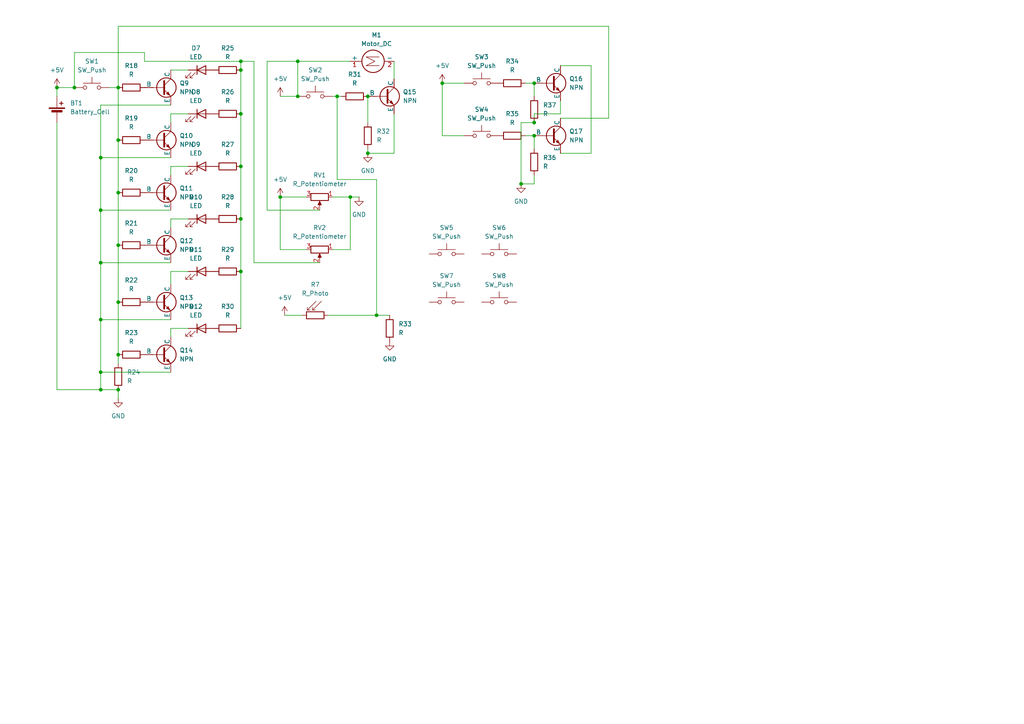
<source format=kicad_sch>
(kicad_sch
	(version 20231120)
	(generator "eeschema")
	(generator_version "8.0")
	(uuid "e55bc5c4-eb29-4175-ba8a-009e00ae2d6e")
	(paper "A4")
	(lib_symbols
		(symbol "Device:Battery_Cell"
			(pin_numbers hide)
			(pin_names
				(offset 0) hide)
			(exclude_from_sim no)
			(in_bom yes)
			(on_board yes)
			(property "Reference" "BT"
				(at 2.54 2.54 0)
				(effects
					(font
						(size 1.27 1.27)
					)
					(justify left)
				)
			)
			(property "Value" "Battery_Cell"
				(at 2.54 0 0)
				(effects
					(font
						(size 1.27 1.27)
					)
					(justify left)
				)
			)
			(property "Footprint" ""
				(at 0 1.524 90)
				(effects
					(font
						(size 1.27 1.27)
					)
					(hide yes)
				)
			)
			(property "Datasheet" "~"
				(at 0 1.524 90)
				(effects
					(font
						(size 1.27 1.27)
					)
					(hide yes)
				)
			)
			(property "Description" "Single-cell battery"
				(at 0 0 0)
				(effects
					(font
						(size 1.27 1.27)
					)
					(hide yes)
				)
			)
			(property "ki_keywords" "battery cell"
				(at 0 0 0)
				(effects
					(font
						(size 1.27 1.27)
					)
					(hide yes)
				)
			)
			(symbol "Battery_Cell_0_1"
				(rectangle
					(start -2.286 1.778)
					(end 2.286 1.524)
					(stroke
						(width 0)
						(type default)
					)
					(fill
						(type outline)
					)
				)
				(rectangle
					(start -1.524 1.016)
					(end 1.524 0.508)
					(stroke
						(width 0)
						(type default)
					)
					(fill
						(type outline)
					)
				)
				(polyline
					(pts
						(xy 0 0.762) (xy 0 0)
					)
					(stroke
						(width 0)
						(type default)
					)
					(fill
						(type none)
					)
				)
				(polyline
					(pts
						(xy 0 1.778) (xy 0 2.54)
					)
					(stroke
						(width 0)
						(type default)
					)
					(fill
						(type none)
					)
				)
				(polyline
					(pts
						(xy 0.762 3.048) (xy 1.778 3.048)
					)
					(stroke
						(width 0.254)
						(type default)
					)
					(fill
						(type none)
					)
				)
				(polyline
					(pts
						(xy 1.27 3.556) (xy 1.27 2.54)
					)
					(stroke
						(width 0.254)
						(type default)
					)
					(fill
						(type none)
					)
				)
			)
			(symbol "Battery_Cell_1_1"
				(pin passive line
					(at 0 5.08 270)
					(length 2.54)
					(name "+"
						(effects
							(font
								(size 1.27 1.27)
							)
						)
					)
					(number "1"
						(effects
							(font
								(size 1.27 1.27)
							)
						)
					)
				)
				(pin passive line
					(at 0 -2.54 90)
					(length 2.54)
					(name "-"
						(effects
							(font
								(size 1.27 1.27)
							)
						)
					)
					(number "2"
						(effects
							(font
								(size 1.27 1.27)
							)
						)
					)
				)
			)
		)
		(symbol "Device:LED"
			(pin_numbers hide)
			(pin_names
				(offset 1.016) hide)
			(exclude_from_sim no)
			(in_bom yes)
			(on_board yes)
			(property "Reference" "D"
				(at 0 2.54 0)
				(effects
					(font
						(size 1.27 1.27)
					)
				)
			)
			(property "Value" "LED"
				(at 0 -2.54 0)
				(effects
					(font
						(size 1.27 1.27)
					)
				)
			)
			(property "Footprint" ""
				(at 0 0 0)
				(effects
					(font
						(size 1.27 1.27)
					)
					(hide yes)
				)
			)
			(property "Datasheet" "~"
				(at 0 0 0)
				(effects
					(font
						(size 1.27 1.27)
					)
					(hide yes)
				)
			)
			(property "Description" "Light emitting diode"
				(at 0 0 0)
				(effects
					(font
						(size 1.27 1.27)
					)
					(hide yes)
				)
			)
			(property "ki_keywords" "LED diode"
				(at 0 0 0)
				(effects
					(font
						(size 1.27 1.27)
					)
					(hide yes)
				)
			)
			(property "ki_fp_filters" "LED* LED_SMD:* LED_THT:*"
				(at 0 0 0)
				(effects
					(font
						(size 1.27 1.27)
					)
					(hide yes)
				)
			)
			(symbol "LED_0_1"
				(polyline
					(pts
						(xy -1.27 -1.27) (xy -1.27 1.27)
					)
					(stroke
						(width 0.254)
						(type default)
					)
					(fill
						(type none)
					)
				)
				(polyline
					(pts
						(xy -1.27 0) (xy 1.27 0)
					)
					(stroke
						(width 0)
						(type default)
					)
					(fill
						(type none)
					)
				)
				(polyline
					(pts
						(xy 1.27 -1.27) (xy 1.27 1.27) (xy -1.27 0) (xy 1.27 -1.27)
					)
					(stroke
						(width 0.254)
						(type default)
					)
					(fill
						(type none)
					)
				)
				(polyline
					(pts
						(xy -3.048 -0.762) (xy -4.572 -2.286) (xy -3.81 -2.286) (xy -4.572 -2.286) (xy -4.572 -1.524)
					)
					(stroke
						(width 0)
						(type default)
					)
					(fill
						(type none)
					)
				)
				(polyline
					(pts
						(xy -1.778 -0.762) (xy -3.302 -2.286) (xy -2.54 -2.286) (xy -3.302 -2.286) (xy -3.302 -1.524)
					)
					(stroke
						(width 0)
						(type default)
					)
					(fill
						(type none)
					)
				)
			)
			(symbol "LED_1_1"
				(pin passive line
					(at -3.81 0 0)
					(length 2.54)
					(name "K"
						(effects
							(font
								(size 1.27 1.27)
							)
						)
					)
					(number "1"
						(effects
							(font
								(size 1.27 1.27)
							)
						)
					)
				)
				(pin passive line
					(at 3.81 0 180)
					(length 2.54)
					(name "A"
						(effects
							(font
								(size 1.27 1.27)
							)
						)
					)
					(number "2"
						(effects
							(font
								(size 1.27 1.27)
							)
						)
					)
				)
			)
		)
		(symbol "Device:R"
			(pin_numbers hide)
			(pin_names
				(offset 0)
			)
			(exclude_from_sim no)
			(in_bom yes)
			(on_board yes)
			(property "Reference" "R"
				(at 2.032 0 90)
				(effects
					(font
						(size 1.27 1.27)
					)
				)
			)
			(property "Value" "R"
				(at 0 0 90)
				(effects
					(font
						(size 1.27 1.27)
					)
				)
			)
			(property "Footprint" ""
				(at -1.778 0 90)
				(effects
					(font
						(size 1.27 1.27)
					)
					(hide yes)
				)
			)
			(property "Datasheet" "~"
				(at 0 0 0)
				(effects
					(font
						(size 1.27 1.27)
					)
					(hide yes)
				)
			)
			(property "Description" "Resistor"
				(at 0 0 0)
				(effects
					(font
						(size 1.27 1.27)
					)
					(hide yes)
				)
			)
			(property "ki_keywords" "R res resistor"
				(at 0 0 0)
				(effects
					(font
						(size 1.27 1.27)
					)
					(hide yes)
				)
			)
			(property "ki_fp_filters" "R_*"
				(at 0 0 0)
				(effects
					(font
						(size 1.27 1.27)
					)
					(hide yes)
				)
			)
			(symbol "R_0_1"
				(rectangle
					(start -1.016 -2.54)
					(end 1.016 2.54)
					(stroke
						(width 0.254)
						(type default)
					)
					(fill
						(type none)
					)
				)
			)
			(symbol "R_1_1"
				(pin passive line
					(at 0 3.81 270)
					(length 1.27)
					(name "~"
						(effects
							(font
								(size 1.27 1.27)
							)
						)
					)
					(number "1"
						(effects
							(font
								(size 1.27 1.27)
							)
						)
					)
				)
				(pin passive line
					(at 0 -3.81 90)
					(length 1.27)
					(name "~"
						(effects
							(font
								(size 1.27 1.27)
							)
						)
					)
					(number "2"
						(effects
							(font
								(size 1.27 1.27)
							)
						)
					)
				)
			)
		)
		(symbol "Device:R_Photo"
			(pin_numbers hide)
			(pin_names
				(offset 0)
			)
			(exclude_from_sim no)
			(in_bom yes)
			(on_board yes)
			(property "Reference" "R"
				(at 1.27 1.27 0)
				(effects
					(font
						(size 1.27 1.27)
					)
					(justify left)
				)
			)
			(property "Value" "R_Photo"
				(at 1.27 0 0)
				(effects
					(font
						(size 1.27 1.27)
					)
					(justify left top)
				)
			)
			(property "Footprint" ""
				(at 1.27 -6.35 90)
				(effects
					(font
						(size 1.27 1.27)
					)
					(justify left)
					(hide yes)
				)
			)
			(property "Datasheet" "~"
				(at 0 -1.27 0)
				(effects
					(font
						(size 1.27 1.27)
					)
					(hide yes)
				)
			)
			(property "Description" "Photoresistor"
				(at 0 0 0)
				(effects
					(font
						(size 1.27 1.27)
					)
					(hide yes)
				)
			)
			(property "ki_keywords" "resistor variable light sensitive opto LDR"
				(at 0 0 0)
				(effects
					(font
						(size 1.27 1.27)
					)
					(hide yes)
				)
			)
			(property "ki_fp_filters" "*LDR* R?LDR*"
				(at 0 0 0)
				(effects
					(font
						(size 1.27 1.27)
					)
					(hide yes)
				)
			)
			(symbol "R_Photo_0_1"
				(rectangle
					(start -1.016 2.54)
					(end 1.016 -2.54)
					(stroke
						(width 0.254)
						(type default)
					)
					(fill
						(type none)
					)
				)
				(polyline
					(pts
						(xy -1.524 -2.286) (xy -4.064 0.254)
					)
					(stroke
						(width 0)
						(type default)
					)
					(fill
						(type none)
					)
				)
				(polyline
					(pts
						(xy -1.524 -2.286) (xy -2.286 -2.286)
					)
					(stroke
						(width 0)
						(type default)
					)
					(fill
						(type none)
					)
				)
				(polyline
					(pts
						(xy -1.524 -2.286) (xy -1.524 -1.524)
					)
					(stroke
						(width 0)
						(type default)
					)
					(fill
						(type none)
					)
				)
				(polyline
					(pts
						(xy -1.524 -0.762) (xy -4.064 1.778)
					)
					(stroke
						(width 0)
						(type default)
					)
					(fill
						(type none)
					)
				)
				(polyline
					(pts
						(xy -1.524 -0.762) (xy -2.286 -0.762)
					)
					(stroke
						(width 0)
						(type default)
					)
					(fill
						(type none)
					)
				)
				(polyline
					(pts
						(xy -1.524 -0.762) (xy -1.524 0)
					)
					(stroke
						(width 0)
						(type default)
					)
					(fill
						(type none)
					)
				)
			)
			(symbol "R_Photo_1_1"
				(pin passive line
					(at 0 3.81 270)
					(length 1.27)
					(name "~"
						(effects
							(font
								(size 1.27 1.27)
							)
						)
					)
					(number "1"
						(effects
							(font
								(size 1.27 1.27)
							)
						)
					)
				)
				(pin passive line
					(at 0 -3.81 90)
					(length 1.27)
					(name "~"
						(effects
							(font
								(size 1.27 1.27)
							)
						)
					)
					(number "2"
						(effects
							(font
								(size 1.27 1.27)
							)
						)
					)
				)
			)
		)
		(symbol "Device:R_Potentiometer"
			(pin_names
				(offset 1.016) hide)
			(exclude_from_sim no)
			(in_bom yes)
			(on_board yes)
			(property "Reference" "RV"
				(at -4.445 0 90)
				(effects
					(font
						(size 1.27 1.27)
					)
				)
			)
			(property "Value" "R_Potentiometer"
				(at -2.54 0 90)
				(effects
					(font
						(size 1.27 1.27)
					)
				)
			)
			(property "Footprint" ""
				(at 0 0 0)
				(effects
					(font
						(size 1.27 1.27)
					)
					(hide yes)
				)
			)
			(property "Datasheet" "~"
				(at 0 0 0)
				(effects
					(font
						(size 1.27 1.27)
					)
					(hide yes)
				)
			)
			(property "Description" "Potentiometer"
				(at 0 0 0)
				(effects
					(font
						(size 1.27 1.27)
					)
					(hide yes)
				)
			)
			(property "ki_keywords" "resistor variable"
				(at 0 0 0)
				(effects
					(font
						(size 1.27 1.27)
					)
					(hide yes)
				)
			)
			(property "ki_fp_filters" "Potentiometer*"
				(at 0 0 0)
				(effects
					(font
						(size 1.27 1.27)
					)
					(hide yes)
				)
			)
			(symbol "R_Potentiometer_0_1"
				(polyline
					(pts
						(xy 2.54 0) (xy 1.524 0)
					)
					(stroke
						(width 0)
						(type default)
					)
					(fill
						(type none)
					)
				)
				(polyline
					(pts
						(xy 1.143 0) (xy 2.286 0.508) (xy 2.286 -0.508) (xy 1.143 0)
					)
					(stroke
						(width 0)
						(type default)
					)
					(fill
						(type outline)
					)
				)
				(rectangle
					(start 1.016 2.54)
					(end -1.016 -2.54)
					(stroke
						(width 0.254)
						(type default)
					)
					(fill
						(type none)
					)
				)
			)
			(symbol "R_Potentiometer_1_1"
				(pin passive line
					(at 0 3.81 270)
					(length 1.27)
					(name "1"
						(effects
							(font
								(size 1.27 1.27)
							)
						)
					)
					(number "1"
						(effects
							(font
								(size 1.27 1.27)
							)
						)
					)
				)
				(pin passive line
					(at 3.81 0 180)
					(length 1.27)
					(name "2"
						(effects
							(font
								(size 1.27 1.27)
							)
						)
					)
					(number "2"
						(effects
							(font
								(size 1.27 1.27)
							)
						)
					)
				)
				(pin passive line
					(at 0 -3.81 90)
					(length 1.27)
					(name "3"
						(effects
							(font
								(size 1.27 1.27)
							)
						)
					)
					(number "3"
						(effects
							(font
								(size 1.27 1.27)
							)
						)
					)
				)
			)
		)
		(symbol "Motor:Motor_DC"
			(pin_names
				(offset 0)
			)
			(exclude_from_sim no)
			(in_bom yes)
			(on_board yes)
			(property "Reference" "M"
				(at 2.54 2.54 0)
				(effects
					(font
						(size 1.27 1.27)
					)
					(justify left)
				)
			)
			(property "Value" "Motor_DC"
				(at 2.54 -5.08 0)
				(effects
					(font
						(size 1.27 1.27)
					)
					(justify left top)
				)
			)
			(property "Footprint" ""
				(at 0 -2.286 0)
				(effects
					(font
						(size 1.27 1.27)
					)
					(hide yes)
				)
			)
			(property "Datasheet" "~"
				(at 0 -2.286 0)
				(effects
					(font
						(size 1.27 1.27)
					)
					(hide yes)
				)
			)
			(property "Description" "DC Motor"
				(at 0 0 0)
				(effects
					(font
						(size 1.27 1.27)
					)
					(hide yes)
				)
			)
			(property "ki_keywords" "DC Motor"
				(at 0 0 0)
				(effects
					(font
						(size 1.27 1.27)
					)
					(hide yes)
				)
			)
			(property "ki_fp_filters" "PinHeader*P2.54mm* TerminalBlock*"
				(at 0 0 0)
				(effects
					(font
						(size 1.27 1.27)
					)
					(hide yes)
				)
			)
			(symbol "Motor_DC_0_0"
				(polyline
					(pts
						(xy -1.27 -3.302) (xy -1.27 0.508) (xy 0 -2.032) (xy 1.27 0.508) (xy 1.27 -3.302)
					)
					(stroke
						(width 0)
						(type default)
					)
					(fill
						(type none)
					)
				)
			)
			(symbol "Motor_DC_0_1"
				(circle
					(center 0 -1.524)
					(radius 3.2512)
					(stroke
						(width 0.254)
						(type default)
					)
					(fill
						(type none)
					)
				)
				(polyline
					(pts
						(xy 0 -7.62) (xy 0 -7.112)
					)
					(stroke
						(width 0)
						(type default)
					)
					(fill
						(type none)
					)
				)
				(polyline
					(pts
						(xy 0 -4.7752) (xy 0 -5.1816)
					)
					(stroke
						(width 0)
						(type default)
					)
					(fill
						(type none)
					)
				)
				(polyline
					(pts
						(xy 0 1.7272) (xy 0 2.0828)
					)
					(stroke
						(width 0)
						(type default)
					)
					(fill
						(type none)
					)
				)
				(polyline
					(pts
						(xy 0 2.032) (xy 0 2.54)
					)
					(stroke
						(width 0)
						(type default)
					)
					(fill
						(type none)
					)
				)
			)
			(symbol "Motor_DC_1_1"
				(pin passive line
					(at 0 5.08 270)
					(length 2.54)
					(name "+"
						(effects
							(font
								(size 1.27 1.27)
							)
						)
					)
					(number "1"
						(effects
							(font
								(size 1.27 1.27)
							)
						)
					)
				)
				(pin passive line
					(at 0 -7.62 90)
					(length 2.54)
					(name "-"
						(effects
							(font
								(size 1.27 1.27)
							)
						)
					)
					(number "2"
						(effects
							(font
								(size 1.27 1.27)
							)
						)
					)
				)
			)
		)
		(symbol "Simulation_SPICE:NPN"
			(pin_numbers hide)
			(pin_names
				(offset 0)
			)
			(exclude_from_sim no)
			(in_bom yes)
			(on_board yes)
			(property "Reference" "Q"
				(at -2.54 7.62 0)
				(effects
					(font
						(size 1.27 1.27)
					)
				)
			)
			(property "Value" "NPN"
				(at -2.54 5.08 0)
				(effects
					(font
						(size 1.27 1.27)
					)
				)
			)
			(property "Footprint" ""
				(at 63.5 0 0)
				(effects
					(font
						(size 1.27 1.27)
					)
					(hide yes)
				)
			)
			(property "Datasheet" "https://ngspice.sourceforge.io/docs/ngspice-html-manual/manual.xhtml#cha_BJTs"
				(at 63.5 0 0)
				(effects
					(font
						(size 1.27 1.27)
					)
					(hide yes)
				)
			)
			(property "Description" "Bipolar transistor symbol for simulation only, substrate tied to the emitter"
				(at 0 0 0)
				(effects
					(font
						(size 1.27 1.27)
					)
					(hide yes)
				)
			)
			(property "Sim.Device" "NPN"
				(at 0 0 0)
				(effects
					(font
						(size 1.27 1.27)
					)
					(hide yes)
				)
			)
			(property "Sim.Type" "GUMMELPOON"
				(at 0 0 0)
				(effects
					(font
						(size 1.27 1.27)
					)
					(hide yes)
				)
			)
			(property "Sim.Pins" "1=C 2=B 3=E"
				(at 0 0 0)
				(effects
					(font
						(size 1.27 1.27)
					)
					(hide yes)
				)
			)
			(property "ki_keywords" "simulation"
				(at 0 0 0)
				(effects
					(font
						(size 1.27 1.27)
					)
					(hide yes)
				)
			)
			(symbol "NPN_0_1"
				(polyline
					(pts
						(xy -2.54 0) (xy 0.635 0)
					)
					(stroke
						(width 0.1524)
						(type default)
					)
					(fill
						(type none)
					)
				)
				(polyline
					(pts
						(xy 0.635 0.635) (xy 2.54 2.54)
					)
					(stroke
						(width 0)
						(type default)
					)
					(fill
						(type none)
					)
				)
				(polyline
					(pts
						(xy 2.794 -1.27) (xy 2.794 -1.27)
					)
					(stroke
						(width 0.1524)
						(type default)
					)
					(fill
						(type none)
					)
				)
				(polyline
					(pts
						(xy 2.794 -1.27) (xy 2.794 -1.27)
					)
					(stroke
						(width 0.1524)
						(type default)
					)
					(fill
						(type none)
					)
				)
				(polyline
					(pts
						(xy 0.635 -0.635) (xy 2.54 -2.54) (xy 2.54 -2.54)
					)
					(stroke
						(width 0)
						(type default)
					)
					(fill
						(type none)
					)
				)
				(polyline
					(pts
						(xy 0.635 1.905) (xy 0.635 -1.905) (xy 0.635 -1.905)
					)
					(stroke
						(width 0.508)
						(type default)
					)
					(fill
						(type none)
					)
				)
				(polyline
					(pts
						(xy 1.27 -1.778) (xy 1.778 -1.27) (xy 2.286 -2.286) (xy 1.27 -1.778) (xy 1.27 -1.778)
					)
					(stroke
						(width 0)
						(type default)
					)
					(fill
						(type outline)
					)
				)
				(circle
					(center 1.27 0)
					(radius 2.8194)
					(stroke
						(width 0.254)
						(type default)
					)
					(fill
						(type none)
					)
				)
			)
			(symbol "NPN_1_1"
				(pin open_collector line
					(at 2.54 5.08 270)
					(length 2.54)
					(name "C"
						(effects
							(font
								(size 1.27 1.27)
							)
						)
					)
					(number "1"
						(effects
							(font
								(size 1.27 1.27)
							)
						)
					)
				)
				(pin input line
					(at -5.08 0 0)
					(length 2.54)
					(name "B"
						(effects
							(font
								(size 1.27 1.27)
							)
						)
					)
					(number "2"
						(effects
							(font
								(size 1.27 1.27)
							)
						)
					)
				)
				(pin open_emitter line
					(at 2.54 -5.08 90)
					(length 2.54)
					(name "E"
						(effects
							(font
								(size 1.27 1.27)
							)
						)
					)
					(number "3"
						(effects
							(font
								(size 1.27 1.27)
							)
						)
					)
				)
			)
		)
		(symbol "Switch:SW_Push"
			(pin_numbers hide)
			(pin_names
				(offset 1.016) hide)
			(exclude_from_sim no)
			(in_bom yes)
			(on_board yes)
			(property "Reference" "SW"
				(at 1.27 2.54 0)
				(effects
					(font
						(size 1.27 1.27)
					)
					(justify left)
				)
			)
			(property "Value" "SW_Push"
				(at 0 -1.524 0)
				(effects
					(font
						(size 1.27 1.27)
					)
				)
			)
			(property "Footprint" ""
				(at 0 5.08 0)
				(effects
					(font
						(size 1.27 1.27)
					)
					(hide yes)
				)
			)
			(property "Datasheet" "~"
				(at 0 5.08 0)
				(effects
					(font
						(size 1.27 1.27)
					)
					(hide yes)
				)
			)
			(property "Description" "Push button switch, generic, two pins"
				(at 0 0 0)
				(effects
					(font
						(size 1.27 1.27)
					)
					(hide yes)
				)
			)
			(property "ki_keywords" "switch normally-open pushbutton push-button"
				(at 0 0 0)
				(effects
					(font
						(size 1.27 1.27)
					)
					(hide yes)
				)
			)
			(symbol "SW_Push_0_1"
				(circle
					(center -2.032 0)
					(radius 0.508)
					(stroke
						(width 0)
						(type default)
					)
					(fill
						(type none)
					)
				)
				(polyline
					(pts
						(xy 0 1.27) (xy 0 3.048)
					)
					(stroke
						(width 0)
						(type default)
					)
					(fill
						(type none)
					)
				)
				(polyline
					(pts
						(xy 2.54 1.27) (xy -2.54 1.27)
					)
					(stroke
						(width 0)
						(type default)
					)
					(fill
						(type none)
					)
				)
				(circle
					(center 2.032 0)
					(radius 0.508)
					(stroke
						(width 0)
						(type default)
					)
					(fill
						(type none)
					)
				)
				(pin passive line
					(at -5.08 0 0)
					(length 2.54)
					(name "1"
						(effects
							(font
								(size 1.27 1.27)
							)
						)
					)
					(number "1"
						(effects
							(font
								(size 1.27 1.27)
							)
						)
					)
				)
				(pin passive line
					(at 5.08 0 180)
					(length 2.54)
					(name "2"
						(effects
							(font
								(size 1.27 1.27)
							)
						)
					)
					(number "2"
						(effects
							(font
								(size 1.27 1.27)
							)
						)
					)
				)
			)
		)
		(symbol "power:+5V"
			(power)
			(pin_numbers hide)
			(pin_names
				(offset 0) hide)
			(exclude_from_sim no)
			(in_bom yes)
			(on_board yes)
			(property "Reference" "#PWR"
				(at 0 -3.81 0)
				(effects
					(font
						(size 1.27 1.27)
					)
					(hide yes)
				)
			)
			(property "Value" "+5V"
				(at 0 3.556 0)
				(effects
					(font
						(size 1.27 1.27)
					)
				)
			)
			(property "Footprint" ""
				(at 0 0 0)
				(effects
					(font
						(size 1.27 1.27)
					)
					(hide yes)
				)
			)
			(property "Datasheet" ""
				(at 0 0 0)
				(effects
					(font
						(size 1.27 1.27)
					)
					(hide yes)
				)
			)
			(property "Description" "Power symbol creates a global label with name \"+5V\""
				(at 0 0 0)
				(effects
					(font
						(size 1.27 1.27)
					)
					(hide yes)
				)
			)
			(property "ki_keywords" "global power"
				(at 0 0 0)
				(effects
					(font
						(size 1.27 1.27)
					)
					(hide yes)
				)
			)
			(symbol "+5V_0_1"
				(polyline
					(pts
						(xy -0.762 1.27) (xy 0 2.54)
					)
					(stroke
						(width 0)
						(type default)
					)
					(fill
						(type none)
					)
				)
				(polyline
					(pts
						(xy 0 0) (xy 0 2.54)
					)
					(stroke
						(width 0)
						(type default)
					)
					(fill
						(type none)
					)
				)
				(polyline
					(pts
						(xy 0 2.54) (xy 0.762 1.27)
					)
					(stroke
						(width 0)
						(type default)
					)
					(fill
						(type none)
					)
				)
			)
			(symbol "+5V_1_1"
				(pin power_in line
					(at 0 0 90)
					(length 0)
					(name "~"
						(effects
							(font
								(size 1.27 1.27)
							)
						)
					)
					(number "1"
						(effects
							(font
								(size 1.27 1.27)
							)
						)
					)
				)
			)
		)
		(symbol "power:GND"
			(power)
			(pin_numbers hide)
			(pin_names
				(offset 0) hide)
			(exclude_from_sim no)
			(in_bom yes)
			(on_board yes)
			(property "Reference" "#PWR"
				(at 0 -6.35 0)
				(effects
					(font
						(size 1.27 1.27)
					)
					(hide yes)
				)
			)
			(property "Value" "GND"
				(at 0 -3.81 0)
				(effects
					(font
						(size 1.27 1.27)
					)
				)
			)
			(property "Footprint" ""
				(at 0 0 0)
				(effects
					(font
						(size 1.27 1.27)
					)
					(hide yes)
				)
			)
			(property "Datasheet" ""
				(at 0 0 0)
				(effects
					(font
						(size 1.27 1.27)
					)
					(hide yes)
				)
			)
			(property "Description" "Power symbol creates a global label with name \"GND\" , ground"
				(at 0 0 0)
				(effects
					(font
						(size 1.27 1.27)
					)
					(hide yes)
				)
			)
			(property "ki_keywords" "global power"
				(at 0 0 0)
				(effects
					(font
						(size 1.27 1.27)
					)
					(hide yes)
				)
			)
			(symbol "GND_0_1"
				(polyline
					(pts
						(xy 0 0) (xy 0 -1.27) (xy 1.27 -1.27) (xy 0 -2.54) (xy -1.27 -1.27) (xy 0 -1.27)
					)
					(stroke
						(width 0)
						(type default)
					)
					(fill
						(type none)
					)
				)
			)
			(symbol "GND_1_1"
				(pin power_in line
					(at 0 0 270)
					(length 0)
					(name "~"
						(effects
							(font
								(size 1.27 1.27)
							)
						)
					)
					(number "1"
						(effects
							(font
								(size 1.27 1.27)
							)
						)
					)
				)
			)
		)
	)
	(junction
		(at 128.27 24.13)
		(diameter 0)
		(color 0 0 0 0)
		(uuid "17b18aac-3bdc-4820-a194-3c09914d054b")
	)
	(junction
		(at 154.94 24.13)
		(diameter 0)
		(color 0 0 0 0)
		(uuid "1b5ab9fb-f330-46be-837e-2ad937a5e513")
	)
	(junction
		(at 154.94 35.56)
		(diameter 0)
		(color 0 0 0 0)
		(uuid "2d818a79-0af6-4026-9ffe-a710cef8998e")
	)
	(junction
		(at 81.28 57.15)
		(diameter 0)
		(color 0 0 0 0)
		(uuid "388ec08b-2d50-4a6d-aa17-4a371b1c9e7c")
	)
	(junction
		(at 34.29 40.64)
		(diameter 0)
		(color 0 0 0 0)
		(uuid "44ca1fa8-b577-478f-b822-662ba4734fbb")
	)
	(junction
		(at 34.29 102.87)
		(diameter 0)
		(color 0 0 0 0)
		(uuid "4a1d4629-67ea-4d90-831f-25960f43c0e7")
	)
	(junction
		(at 34.29 87.63)
		(diameter 0)
		(color 0 0 0 0)
		(uuid "4a91b3bb-2e86-44b6-a0e5-623dd2273d61")
	)
	(junction
		(at 34.29 55.88)
		(diameter 0)
		(color 0 0 0 0)
		(uuid "4aa2dbb2-ce51-4451-a783-09f11ca1de34")
	)
	(junction
		(at 34.29 25.4)
		(diameter 0)
		(color 0 0 0 0)
		(uuid "68e43896-6c12-4344-b589-83118c640f16")
	)
	(junction
		(at 69.85 17.78)
		(diameter 0)
		(color 0 0 0 0)
		(uuid "6bcb85b4-fbed-4a05-9d8c-b3600ffb225c")
	)
	(junction
		(at 69.85 33.02)
		(diameter 0)
		(color 0 0 0 0)
		(uuid "721a9129-38c0-497e-9659-dd7ea70dd935")
	)
	(junction
		(at 151.13 53.34)
		(diameter 0)
		(color 0 0 0 0)
		(uuid "762b3bec-92a5-4ee4-a613-7dbe0f7d2321")
	)
	(junction
		(at 86.36 17.78)
		(diameter 0)
		(color 0 0 0 0)
		(uuid "83be056e-1d65-4308-b58e-a4be17385174")
	)
	(junction
		(at 29.21 107.95)
		(diameter 0)
		(color 0 0 0 0)
		(uuid "852a3d58-dc8c-4c12-92a9-64b71ef23a61")
	)
	(junction
		(at 69.85 78.74)
		(diameter 0)
		(color 0 0 0 0)
		(uuid "9095e873-8ef1-4c44-9cea-647d54b204a3")
	)
	(junction
		(at 101.6 57.15)
		(diameter 0)
		(color 0 0 0 0)
		(uuid "98120519-bf14-43fd-9a52-8185cc44fc3b")
	)
	(junction
		(at 29.21 45.72)
		(diameter 0)
		(color 0 0 0 0)
		(uuid "9cf34e75-3c5e-4e9e-b814-eaa846ce2d9d")
	)
	(junction
		(at 34.29 71.12)
		(diameter 0)
		(color 0 0 0 0)
		(uuid "a157402e-737f-4aa2-9f56-b94d0c766644")
	)
	(junction
		(at 97.79 27.94)
		(diameter 0)
		(color 0 0 0 0)
		(uuid "a3bf3b49-f4a3-4093-9d21-4dc07640638d")
	)
	(junction
		(at 69.85 20.32)
		(diameter 0)
		(color 0 0 0 0)
		(uuid "a4c03639-7f9d-475f-bc0f-bea607200379")
	)
	(junction
		(at 86.36 27.94)
		(diameter 0)
		(color 0 0 0 0)
		(uuid "aa9fc1d7-37ef-49f2-8f89-003045f309e3")
	)
	(junction
		(at 29.21 60.96)
		(diameter 0)
		(color 0 0 0 0)
		(uuid "ab75fb48-458e-4fad-b1d2-95cb1a947d03")
	)
	(junction
		(at 69.85 48.26)
		(diameter 0)
		(color 0 0 0 0)
		(uuid "b2b13b74-6214-462c-ad7e-5995a4e7bf89")
	)
	(junction
		(at 29.21 113.03)
		(diameter 0)
		(color 0 0 0 0)
		(uuid "b456a51a-d6b5-426e-8d4e-851fde432ad5")
	)
	(junction
		(at 106.68 27.94)
		(diameter 0)
		(color 0 0 0 0)
		(uuid "bef500eb-27e6-4675-b8ba-503812deb1df")
	)
	(junction
		(at 16.51 25.4)
		(diameter 0)
		(color 0 0 0 0)
		(uuid "c1906a1f-e12d-4676-87b0-08c2a356c7ca")
	)
	(junction
		(at 106.68 44.45)
		(diameter 0)
		(color 0 0 0 0)
		(uuid "d0bd4a9e-0806-4116-9cf6-bc43ce544727")
	)
	(junction
		(at 69.85 63.5)
		(diameter 0)
		(color 0 0 0 0)
		(uuid "ded6d4d5-68d2-442e-b871-0a9212a24535")
	)
	(junction
		(at 29.21 92.71)
		(diameter 0)
		(color 0 0 0 0)
		(uuid "e23d5547-e644-4c7f-9b68-1de1fde7110a")
	)
	(junction
		(at 154.94 39.37)
		(diameter 0)
		(color 0 0 0 0)
		(uuid "e8776c3c-2717-45f6-90b5-d94b792b547c")
	)
	(junction
		(at 29.21 76.2)
		(diameter 0)
		(color 0 0 0 0)
		(uuid "efef2a15-b218-4ecb-a5d6-4e73fdb77a9f")
	)
	(junction
		(at 34.29 113.03)
		(diameter 0)
		(color 0 0 0 0)
		(uuid "f4d7079c-6794-4413-ae6c-9f4e93582de0")
	)
	(junction
		(at 109.22 91.44)
		(diameter 0)
		(color 0 0 0 0)
		(uuid "f51abc2b-a247-4828-8bb3-d8512636831f")
	)
	(junction
		(at 21.59 25.4)
		(diameter 0)
		(color 0 0 0 0)
		(uuid "fb11fb26-a59a-4c11-a3e8-7b54efc888ba")
	)
	(wire
		(pts
			(xy 154.94 53.34) (xy 151.13 53.34)
		)
		(stroke
			(width 0)
			(type default)
		)
		(uuid "030575ae-2b1f-4f55-81ec-37bb20545fb1")
	)
	(wire
		(pts
			(xy 34.29 25.4) (xy 34.29 40.64)
		)
		(stroke
			(width 0)
			(type default)
		)
		(uuid "03809adc-33ee-43e5-a7fe-be8afdccaddc")
	)
	(wire
		(pts
			(xy 109.22 91.44) (xy 113.03 91.44)
		)
		(stroke
			(width 0)
			(type default)
		)
		(uuid "05623575-d7e2-4294-815a-bb892ae34238")
	)
	(wire
		(pts
			(xy 29.21 45.72) (xy 29.21 30.48)
		)
		(stroke
			(width 0)
			(type default)
		)
		(uuid "07fba107-ad67-47a4-b042-1c8a9d4424d1")
	)
	(wire
		(pts
			(xy 69.85 20.32) (xy 69.85 17.78)
		)
		(stroke
			(width 0)
			(type default)
		)
		(uuid "08eb2f83-ab7d-42b3-be14-a82a6ec88e09")
	)
	(wire
		(pts
			(xy 134.62 39.37) (xy 128.27 39.37)
		)
		(stroke
			(width 0)
			(type default)
		)
		(uuid "09b9f550-c541-4bca-90ce-c04fb6a3702e")
	)
	(wire
		(pts
			(xy 69.85 63.5) (xy 69.85 78.74)
		)
		(stroke
			(width 0)
			(type default)
		)
		(uuid "102e1429-4e63-477e-a5a7-b8e9ba5361a1")
	)
	(wire
		(pts
			(xy 29.21 60.96) (xy 29.21 45.72)
		)
		(stroke
			(width 0)
			(type default)
		)
		(uuid "10a2c4cb-cdba-46f9-8b8f-21dc5e6fce19")
	)
	(wire
		(pts
			(xy 96.52 27.94) (xy 97.79 27.94)
		)
		(stroke
			(width 0)
			(type default)
		)
		(uuid "143a156d-7aca-4e7c-8156-b47cf26bb4e8")
	)
	(wire
		(pts
			(xy 162.56 44.45) (xy 171.45 44.45)
		)
		(stroke
			(width 0)
			(type default)
		)
		(uuid "173d21ea-05af-462b-b867-b53dd8d55920")
	)
	(wire
		(pts
			(xy 86.36 17.78) (xy 86.36 27.94)
		)
		(stroke
			(width 0)
			(type default)
		)
		(uuid "1c8c34d1-35bf-4d05-b9b1-053f84dfba78")
	)
	(wire
		(pts
			(xy 81.28 27.94) (xy 86.36 27.94)
		)
		(stroke
			(width 0)
			(type default)
		)
		(uuid "1f994ed0-9589-42f3-bf11-c2a5dd66d613")
	)
	(wire
		(pts
			(xy 95.25 91.44) (xy 109.22 91.44)
		)
		(stroke
			(width 0)
			(type default)
		)
		(uuid "240b1c72-ec54-4b52-84b7-7e5074fac685")
	)
	(wire
		(pts
			(xy 34.29 7.62) (xy 34.29 25.4)
		)
		(stroke
			(width 0)
			(type default)
		)
		(uuid "26286b43-7be3-4d5d-84b0-bc7f789c48f6")
	)
	(wire
		(pts
			(xy 81.28 72.39) (xy 88.9 72.39)
		)
		(stroke
			(width 0)
			(type default)
		)
		(uuid "280bb1bf-1dc4-4709-afde-7887818aa4dd")
	)
	(wire
		(pts
			(xy 151.13 35.56) (xy 151.13 53.34)
		)
		(stroke
			(width 0)
			(type default)
		)
		(uuid "299dd034-c8b2-4368-a0cf-5df690d9365c")
	)
	(wire
		(pts
			(xy 69.85 33.02) (xy 69.85 48.26)
		)
		(stroke
			(width 0)
			(type default)
		)
		(uuid "2a6c365b-fd19-4076-89fc-864c2bdc0484")
	)
	(wire
		(pts
			(xy 49.53 20.32) (xy 54.61 20.32)
		)
		(stroke
			(width 0)
			(type default)
		)
		(uuid "2a988939-d26a-4e92-bc7b-d21ab2cf99b1")
	)
	(wire
		(pts
			(xy 29.21 45.72) (xy 49.53 45.72)
		)
		(stroke
			(width 0)
			(type default)
		)
		(uuid "2c182b0a-8407-42d3-9370-f381d0a2d10a")
	)
	(wire
		(pts
			(xy 114.3 44.45) (xy 106.68 44.45)
		)
		(stroke
			(width 0)
			(type default)
		)
		(uuid "361d7456-8aae-41d8-9297-834557162610")
	)
	(wire
		(pts
			(xy 29.21 107.95) (xy 49.53 107.95)
		)
		(stroke
			(width 0)
			(type default)
		)
		(uuid "36a7ee8b-cae6-4d37-a4f4-a3365b75421f")
	)
	(wire
		(pts
			(xy 96.52 72.39) (xy 101.6 72.39)
		)
		(stroke
			(width 0)
			(type default)
		)
		(uuid "39778622-1c1e-4444-b0c0-1cce010582fc")
	)
	(wire
		(pts
			(xy 96.52 57.15) (xy 101.6 57.15)
		)
		(stroke
			(width 0)
			(type default)
		)
		(uuid "3a6dfb7d-c398-471f-9589-3971eaf3bd08")
	)
	(wire
		(pts
			(xy 69.85 20.32) (xy 69.85 33.02)
		)
		(stroke
			(width 0)
			(type default)
		)
		(uuid "3d4b71a4-eec3-42d5-ae77-d4e94610f8ab")
	)
	(wire
		(pts
			(xy 154.94 39.37) (xy 154.94 43.18)
		)
		(stroke
			(width 0)
			(type default)
		)
		(uuid "3e0786f4-b3a0-4a3a-ac0c-0320a6ba4534")
	)
	(wire
		(pts
			(xy 49.53 95.25) (xy 49.53 97.79)
		)
		(stroke
			(width 0)
			(type default)
		)
		(uuid "3f285cbf-dcd8-4d08-acbb-dbf8c465773d")
	)
	(wire
		(pts
			(xy 92.71 76.2) (xy 73.66 76.2)
		)
		(stroke
			(width 0)
			(type default)
		)
		(uuid "40284976-5bcf-49f5-bbaa-a0c160ac3407")
	)
	(wire
		(pts
			(xy 29.21 76.2) (xy 49.53 76.2)
		)
		(stroke
			(width 0)
			(type default)
		)
		(uuid "4588e8c4-62d8-4ece-a9db-7b543785953e")
	)
	(wire
		(pts
			(xy 114.3 17.78) (xy 114.3 22.86)
		)
		(stroke
			(width 0)
			(type default)
		)
		(uuid "46e75226-2008-46d8-af80-dc09081f1fc1")
	)
	(wire
		(pts
			(xy 81.28 57.15) (xy 81.28 72.39)
		)
		(stroke
			(width 0)
			(type default)
		)
		(uuid "4c1ef246-f6c9-404f-b990-aab3c7736302")
	)
	(wire
		(pts
			(xy 162.56 29.21) (xy 162.56 33.02)
		)
		(stroke
			(width 0)
			(type default)
		)
		(uuid "532b493e-c75c-427b-8aed-06b23b7db22c")
	)
	(wire
		(pts
			(xy 49.53 48.26) (xy 49.53 50.8)
		)
		(stroke
			(width 0)
			(type default)
		)
		(uuid "57f72842-053e-4daa-8ae5-185cea291e75")
	)
	(wire
		(pts
			(xy 16.51 113.03) (xy 29.21 113.03)
		)
		(stroke
			(width 0)
			(type default)
		)
		(uuid "583a1edc-6590-4704-983f-cdc2fb70ef02")
	)
	(wire
		(pts
			(xy 81.28 57.15) (xy 88.9 57.15)
		)
		(stroke
			(width 0)
			(type default)
		)
		(uuid "59569f11-9dbf-4fa2-9d16-1f586445333a")
	)
	(wire
		(pts
			(xy 97.79 52.07) (xy 97.79 27.94)
		)
		(stroke
			(width 0)
			(type default)
		)
		(uuid "5c9cfca1-a22b-4978-972b-f3b0b085b4d9")
	)
	(wire
		(pts
			(xy 29.21 30.48) (xy 49.53 30.48)
		)
		(stroke
			(width 0)
			(type default)
		)
		(uuid "5f3bf605-5be6-46d8-afbb-e40ed8542400")
	)
	(wire
		(pts
			(xy 106.68 43.18) (xy 106.68 44.45)
		)
		(stroke
			(width 0)
			(type default)
		)
		(uuid "603192cb-27f2-4f10-8cb2-4a8bb27b9d09")
	)
	(wire
		(pts
			(xy 54.61 48.26) (xy 49.53 48.26)
		)
		(stroke
			(width 0)
			(type default)
		)
		(uuid "6215c58e-2028-42fd-a409-ab1509911f09")
	)
	(wire
		(pts
			(xy 154.94 24.13) (xy 152.4 24.13)
		)
		(stroke
			(width 0)
			(type default)
		)
		(uuid "672769c2-9d68-40fd-a5f2-957938119208")
	)
	(wire
		(pts
			(xy 97.79 27.94) (xy 99.06 27.94)
		)
		(stroke
			(width 0)
			(type default)
		)
		(uuid "68eee220-2949-441a-952b-392aaf8580e9")
	)
	(wire
		(pts
			(xy 49.53 63.5) (xy 49.53 66.04)
		)
		(stroke
			(width 0)
			(type default)
		)
		(uuid "6a37a9f4-4b79-4021-a4b2-c45dfdbd37c3")
	)
	(wire
		(pts
			(xy 34.29 102.87) (xy 34.29 105.41)
		)
		(stroke
			(width 0)
			(type default)
		)
		(uuid "6c9d2e1d-3eaf-45c0-a9ce-8b9de19820d1")
	)
	(wire
		(pts
			(xy 34.29 40.64) (xy 34.29 55.88)
		)
		(stroke
			(width 0)
			(type default)
		)
		(uuid "6f422825-1075-4fc3-97c2-cad14649bb4c")
	)
	(wire
		(pts
			(xy 73.66 17.78) (xy 69.85 17.78)
		)
		(stroke
			(width 0)
			(type default)
		)
		(uuid "70a01f5b-4f91-464b-896b-b9ad77c42ea6")
	)
	(wire
		(pts
			(xy 109.22 52.07) (xy 97.79 52.07)
		)
		(stroke
			(width 0)
			(type default)
		)
		(uuid "73794f5c-9ce6-4af2-af7b-cb27d435796f")
	)
	(wire
		(pts
			(xy 54.61 63.5) (xy 49.53 63.5)
		)
		(stroke
			(width 0)
			(type default)
		)
		(uuid "74bf71c7-b4ac-4afd-81d3-194b46f0587c")
	)
	(wire
		(pts
			(xy 154.94 39.37) (xy 152.4 39.37)
		)
		(stroke
			(width 0)
			(type default)
		)
		(uuid "7531b708-6f68-408a-ab48-c4b690481d5d")
	)
	(wire
		(pts
			(xy 29.21 92.71) (xy 49.53 92.71)
		)
		(stroke
			(width 0)
			(type default)
		)
		(uuid "77cc5bf0-0b76-4743-94a1-a46681f47e97")
	)
	(wire
		(pts
			(xy 49.53 35.56) (xy 49.53 33.02)
		)
		(stroke
			(width 0)
			(type default)
		)
		(uuid "7b1b23e5-0f6d-4b7e-8879-97b36fba3d70")
	)
	(wire
		(pts
			(xy 77.47 17.78) (xy 86.36 17.78)
		)
		(stroke
			(width 0)
			(type default)
		)
		(uuid "7c0897cf-82f2-494d-b703-ebfb0fe406d0")
	)
	(wire
		(pts
			(xy 154.94 35.56) (xy 151.13 35.56)
		)
		(stroke
			(width 0)
			(type default)
		)
		(uuid "7e1dddbf-0740-4521-bdc3-c852ac3dc88a")
	)
	(wire
		(pts
			(xy 29.21 113.03) (xy 34.29 113.03)
		)
		(stroke
			(width 0)
			(type default)
		)
		(uuid "8124ae14-3b29-46a3-95a9-01441627f56f")
	)
	(wire
		(pts
			(xy 16.51 25.4) (xy 16.51 27.94)
		)
		(stroke
			(width 0)
			(type default)
		)
		(uuid "84c2be70-01e9-47a1-87fe-3e30e21d3175")
	)
	(wire
		(pts
			(xy 73.66 76.2) (xy 73.66 17.78)
		)
		(stroke
			(width 0)
			(type default)
		)
		(uuid "84c38542-e58d-442b-8fd9-cc5de8473ef6")
	)
	(wire
		(pts
			(xy 49.53 33.02) (xy 54.61 33.02)
		)
		(stroke
			(width 0)
			(type default)
		)
		(uuid "8b8da36d-2066-4778-afa5-8c3665b11dac")
	)
	(wire
		(pts
			(xy 114.3 33.02) (xy 114.3 44.45)
		)
		(stroke
			(width 0)
			(type default)
		)
		(uuid "8d9fed3d-4661-4e64-a150-5ed52a975733")
	)
	(wire
		(pts
			(xy 176.53 34.29) (xy 176.53 7.62)
		)
		(stroke
			(width 0)
			(type default)
		)
		(uuid "91ef9fef-1221-46c0-8e69-7a64ea5ef730")
	)
	(wire
		(pts
			(xy 109.22 91.44) (xy 109.22 52.07)
		)
		(stroke
			(width 0)
			(type default)
		)
		(uuid "93c3f689-024f-4888-8d8c-4b1998f48e95")
	)
	(wire
		(pts
			(xy 29.21 76.2) (xy 29.21 60.96)
		)
		(stroke
			(width 0)
			(type default)
		)
		(uuid "93dd41c9-3527-485c-9fa1-5d156707c752")
	)
	(wire
		(pts
			(xy 92.71 60.96) (xy 77.47 60.96)
		)
		(stroke
			(width 0)
			(type default)
		)
		(uuid "9677641f-1d7a-4780-a32d-ebf9fd948c09")
	)
	(wire
		(pts
			(xy 176.53 7.62) (xy 34.29 7.62)
		)
		(stroke
			(width 0)
			(type default)
		)
		(uuid "974c073d-76fa-46ff-aeda-f82e149504e7")
	)
	(wire
		(pts
			(xy 16.51 25.4) (xy 21.59 25.4)
		)
		(stroke
			(width 0)
			(type default)
		)
		(uuid "9759cd2b-7f3f-4dbf-8dd4-ac2c04ec9606")
	)
	(wire
		(pts
			(xy 34.29 55.88) (xy 34.29 71.12)
		)
		(stroke
			(width 0)
			(type default)
		)
		(uuid "9a8cf480-6def-48e6-be12-1db418955bf9")
	)
	(wire
		(pts
			(xy 31.75 25.4) (xy 34.29 25.4)
		)
		(stroke
			(width 0)
			(type default)
		)
		(uuid "9ac9660f-d183-470a-8c05-728a1bda5d67")
	)
	(wire
		(pts
			(xy 69.85 17.78) (xy 41.91 17.78)
		)
		(stroke
			(width 0)
			(type default)
		)
		(uuid "9b750422-22f8-4d32-8979-3061d093b300")
	)
	(wire
		(pts
			(xy 34.29 87.63) (xy 34.29 102.87)
		)
		(stroke
			(width 0)
			(type default)
		)
		(uuid "9c005804-338f-4741-9d47-55658cc5ba16")
	)
	(wire
		(pts
			(xy 162.56 34.29) (xy 176.53 34.29)
		)
		(stroke
			(width 0)
			(type default)
		)
		(uuid "9d003cef-33c7-4d9f-b7c6-e2a7f58f03a1")
	)
	(wire
		(pts
			(xy 16.51 35.56) (xy 16.51 113.03)
		)
		(stroke
			(width 0)
			(type default)
		)
		(uuid "a2a0da15-c28e-42d3-b961-9da796ac7ba7")
	)
	(wire
		(pts
			(xy 154.94 24.13) (xy 154.94 27.94)
		)
		(stroke
			(width 0)
			(type default)
		)
		(uuid "a3a8f16f-abcc-4b28-85af-188bae3e58ef")
	)
	(wire
		(pts
			(xy 69.85 78.74) (xy 69.85 95.25)
		)
		(stroke
			(width 0)
			(type default)
		)
		(uuid "a4d57860-d8b3-4ce8-93ff-7418b34faceb")
	)
	(wire
		(pts
			(xy 171.45 44.45) (xy 171.45 19.05)
		)
		(stroke
			(width 0)
			(type default)
		)
		(uuid "a616b726-464a-40f3-8239-1105d5b17e12")
	)
	(wire
		(pts
			(xy 34.29 113.03) (xy 34.29 115.57)
		)
		(stroke
			(width 0)
			(type default)
		)
		(uuid "aa9b6ac8-9ed1-4349-90eb-2678afb8ffce")
	)
	(wire
		(pts
			(xy 128.27 24.13) (xy 134.62 24.13)
		)
		(stroke
			(width 0)
			(type default)
		)
		(uuid "aababbc1-6840-42e1-b595-29bc71243a71")
	)
	(wire
		(pts
			(xy 41.91 17.78) (xy 41.91 15.24)
		)
		(stroke
			(width 0)
			(type default)
		)
		(uuid "abaf98e6-cf3c-442f-969a-7597fd2dc6d3")
	)
	(wire
		(pts
			(xy 86.36 17.78) (xy 101.6 17.78)
		)
		(stroke
			(width 0)
			(type default)
		)
		(uuid "aca0a346-47c6-4991-9680-0563476f20c4")
	)
	(wire
		(pts
			(xy 41.91 15.24) (xy 21.59 15.24)
		)
		(stroke
			(width 0)
			(type default)
		)
		(uuid "b5637e1a-9ffa-4be4-9bd9-b14c32a7241c")
	)
	(wire
		(pts
			(xy 29.21 107.95) (xy 29.21 92.71)
		)
		(stroke
			(width 0)
			(type default)
		)
		(uuid "b90d5d85-7098-459f-9e7b-8aa6171f4c2e")
	)
	(wire
		(pts
			(xy 82.55 91.44) (xy 87.63 91.44)
		)
		(stroke
			(width 0)
			(type default)
		)
		(uuid "bec73e9e-01c2-4294-bb4b-e7cf2e7dd890")
	)
	(wire
		(pts
			(xy 101.6 72.39) (xy 101.6 57.15)
		)
		(stroke
			(width 0)
			(type default)
		)
		(uuid "c0eff521-a77c-466d-a1b2-8825b6e264fc")
	)
	(wire
		(pts
			(xy 162.56 33.02) (xy 154.94 33.02)
		)
		(stroke
			(width 0)
			(type default)
		)
		(uuid "c132ec5c-42ca-4ffe-a0ea-11778a43ccc3")
	)
	(wire
		(pts
			(xy 77.47 60.96) (xy 77.47 17.78)
		)
		(stroke
			(width 0)
			(type default)
		)
		(uuid "cedeec36-eb89-459b-a355-19e3a888a7c6")
	)
	(wire
		(pts
			(xy 106.68 27.94) (xy 106.68 35.56)
		)
		(stroke
			(width 0)
			(type default)
		)
		(uuid "cff73bf0-62c3-4e8e-818b-5b84481b9eca")
	)
	(wire
		(pts
			(xy 69.85 48.26) (xy 69.85 63.5)
		)
		(stroke
			(width 0)
			(type default)
		)
		(uuid "d72c4102-030e-4a7f-abf3-f9a8adfd4e7e")
	)
	(wire
		(pts
			(xy 54.61 95.25) (xy 49.53 95.25)
		)
		(stroke
			(width 0)
			(type default)
		)
		(uuid "d82c48a8-424b-4e46-bfdd-679c83d4cd75")
	)
	(wire
		(pts
			(xy 29.21 92.71) (xy 29.21 76.2)
		)
		(stroke
			(width 0)
			(type default)
		)
		(uuid "dbb209e1-f7b4-4bf1-aa18-da5c7fcce242")
	)
	(wire
		(pts
			(xy 154.94 33.02) (xy 154.94 35.56)
		)
		(stroke
			(width 0)
			(type default)
		)
		(uuid "df85dd77-7082-4849-a857-79711775cf4d")
	)
	(wire
		(pts
			(xy 128.27 39.37) (xy 128.27 24.13)
		)
		(stroke
			(width 0)
			(type default)
		)
		(uuid "e1577235-f9f6-4bb9-a105-bf8371c0d498")
	)
	(wire
		(pts
			(xy 29.21 60.96) (xy 49.53 60.96)
		)
		(stroke
			(width 0)
			(type default)
		)
		(uuid "e195cc9d-fc06-45cb-b73e-ccf14d03ecf9")
	)
	(wire
		(pts
			(xy 21.59 15.24) (xy 21.59 25.4)
		)
		(stroke
			(width 0)
			(type default)
		)
		(uuid "e4e19c03-343a-4854-b6fe-348c9785d82f")
	)
	(wire
		(pts
			(xy 101.6 57.15) (xy 104.14 57.15)
		)
		(stroke
			(width 0)
			(type default)
		)
		(uuid "edafd9ab-0023-4137-a2f1-232cd83d83ad")
	)
	(wire
		(pts
			(xy 171.45 19.05) (xy 162.56 19.05)
		)
		(stroke
			(width 0)
			(type default)
		)
		(uuid "efe1ad47-28d6-41f1-ab38-c57c11aa59e1")
	)
	(wire
		(pts
			(xy 54.61 78.74) (xy 49.53 78.74)
		)
		(stroke
			(width 0)
			(type default)
		)
		(uuid "f06c6164-576e-44e6-84dd-8b073f946bfd")
	)
	(wire
		(pts
			(xy 154.94 50.8) (xy 154.94 53.34)
		)
		(stroke
			(width 0)
			(type default)
		)
		(uuid "f38f2fb7-2c38-46f2-8751-f097ec27e3fb")
	)
	(wire
		(pts
			(xy 29.21 107.95) (xy 29.21 113.03)
		)
		(stroke
			(width 0)
			(type default)
		)
		(uuid "f53ada06-8f10-4faa-9bf0-dba19e6e1ae6")
	)
	(wire
		(pts
			(xy 34.29 71.12) (xy 34.29 87.63)
		)
		(stroke
			(width 0)
			(type default)
		)
		(uuid "f821b982-718c-4bbc-b44f-25c003950aec")
	)
	(wire
		(pts
			(xy 49.53 78.74) (xy 49.53 82.55)
		)
		(stroke
			(width 0)
			(type default)
		)
		(uuid "fe4f430b-b6d6-4d88-87a7-753c2f8af7a4")
	)
	(symbol
		(lib_id "Device:R")
		(at 106.68 39.37 180)
		(unit 1)
		(exclude_from_sim no)
		(in_bom yes)
		(on_board yes)
		(dnp no)
		(fields_autoplaced yes)
		(uuid "03c12e1b-3d1b-483f-bd4e-dba5789e3e4a")
		(property "Reference" "R32"
			(at 109.22 38.0999 0)
			(effects
				(font
					(size 1.27 1.27)
				)
				(justify right)
			)
		)
		(property "Value" "R"
			(at 109.22 40.6399 0)
			(effects
				(font
					(size 1.27 1.27)
				)
				(justify right)
			)
		)
		(property "Footprint" "Resistor_THT:R_Axial_DIN0207_L6.3mm_D2.5mm_P7.62mm_Horizontal"
			(at 108.458 39.37 90)
			(effects
				(font
					(size 1.27 1.27)
				)
				(hide yes)
			)
		)
		(property "Datasheet" "~"
			(at 106.68 39.37 0)
			(effects
				(font
					(size 1.27 1.27)
				)
				(hide yes)
			)
		)
		(property "Description" "Resistor"
			(at 106.68 39.37 0)
			(effects
				(font
					(size 1.27 1.27)
				)
				(hide yes)
			)
		)
		(pin "2"
			(uuid "5c6a87f6-3878-4960-9122-15872adfd16e")
		)
		(pin "1"
			(uuid "efa18f77-f5e7-4b35-9ca5-d7835ac02f75")
		)
		(instances
			(project "Solder"
				(path "/e55bc5c4-eb29-4175-ba8a-009e00ae2d6e"
					(reference "R32")
					(unit 1)
				)
			)
		)
	)
	(symbol
		(lib_id "Device:R")
		(at 38.1 87.63 90)
		(unit 1)
		(exclude_from_sim no)
		(in_bom yes)
		(on_board yes)
		(dnp no)
		(fields_autoplaced yes)
		(uuid "06b0fde8-a741-4d83-bcf9-cab3263474be")
		(property "Reference" "R22"
			(at 38.1 81.28 90)
			(effects
				(font
					(size 1.27 1.27)
				)
			)
		)
		(property "Value" "R"
			(at 38.1 83.82 90)
			(effects
				(font
					(size 1.27 1.27)
				)
			)
		)
		(property "Footprint" "Resistor_THT:R_Axial_DIN0207_L6.3mm_D2.5mm_P7.62mm_Horizontal"
			(at 38.1 89.408 90)
			(effects
				(font
					(size 1.27 1.27)
				)
				(hide yes)
			)
		)
		(property "Datasheet" "~"
			(at 38.1 87.63 0)
			(effects
				(font
					(size 1.27 1.27)
				)
				(hide yes)
			)
		)
		(property "Description" "Resistor"
			(at 38.1 87.63 0)
			(effects
				(font
					(size 1.27 1.27)
				)
				(hide yes)
			)
		)
		(pin "2"
			(uuid "84345638-bc0d-486c-824e-3121b9fc06f9")
		)
		(pin "1"
			(uuid "e98c345d-9d96-424a-9ba2-fe3d1dc1aced")
		)
		(instances
			(project "Solder"
				(path "/e55bc5c4-eb29-4175-ba8a-009e00ae2d6e"
					(reference "R22")
					(unit 1)
				)
			)
		)
	)
	(symbol
		(lib_id "Switch:SW_Push")
		(at 129.54 87.63 0)
		(unit 1)
		(exclude_from_sim no)
		(in_bom yes)
		(on_board yes)
		(dnp no)
		(fields_autoplaced yes)
		(uuid "0f31026e-a87a-4728-abce-21297a5847f6")
		(property "Reference" "SW7"
			(at 129.54 80.01 0)
			(effects
				(font
					(size 1.27 1.27)
				)
			)
		)
		(property "Value" "SW_Push"
			(at 129.54 82.55 0)
			(effects
				(font
					(size 1.27 1.27)
				)
			)
		)
		(property "Footprint" "Button_Switch_THT:SW_PUSH_6mm"
			(at 129.54 82.55 0)
			(effects
				(font
					(size 1.27 1.27)
				)
				(hide yes)
			)
		)
		(property "Datasheet" "~"
			(at 129.54 82.55 0)
			(effects
				(font
					(size 1.27 1.27)
				)
				(hide yes)
			)
		)
		(property "Description" "Push button switch, generic, two pins"
			(at 129.54 87.63 0)
			(effects
				(font
					(size 1.27 1.27)
				)
				(hide yes)
			)
		)
		(pin "2"
			(uuid "ada6a0c7-c8a5-4bd3-a0f3-9d85d7bd26b4")
		)
		(pin "1"
			(uuid "336dd169-8b39-4f9c-aee6-1bc28bb02c94")
		)
		(instances
			(project ""
				(path "/e55bc5c4-eb29-4175-ba8a-009e00ae2d6e"
					(reference "SW7")
					(unit 1)
				)
			)
		)
	)
	(symbol
		(lib_id "Device:R")
		(at 38.1 71.12 90)
		(unit 1)
		(exclude_from_sim no)
		(in_bom yes)
		(on_board yes)
		(dnp no)
		(fields_autoplaced yes)
		(uuid "0f40bae5-9836-44de-9d4c-66658dc6118a")
		(property "Reference" "R21"
			(at 38.1 64.77 90)
			(effects
				(font
					(size 1.27 1.27)
				)
			)
		)
		(property "Value" "R"
			(at 38.1 67.31 90)
			(effects
				(font
					(size 1.27 1.27)
				)
			)
		)
		(property "Footprint" "Resistor_THT:R_Axial_DIN0207_L6.3mm_D2.5mm_P7.62mm_Horizontal"
			(at 38.1 72.898 90)
			(effects
				(font
					(size 1.27 1.27)
				)
				(hide yes)
			)
		)
		(property "Datasheet" "~"
			(at 38.1 71.12 0)
			(effects
				(font
					(size 1.27 1.27)
				)
				(hide yes)
			)
		)
		(property "Description" "Resistor"
			(at 38.1 71.12 0)
			(effects
				(font
					(size 1.27 1.27)
				)
				(hide yes)
			)
		)
		(pin "2"
			(uuid "0b5b80c6-1a98-4e2d-bb1b-8543d6e8069b")
		)
		(pin "1"
			(uuid "1d1c5c04-bde9-42af-a855-8b543f34b7ec")
		)
		(instances
			(project "Solder"
				(path "/e55bc5c4-eb29-4175-ba8a-009e00ae2d6e"
					(reference "R21")
					(unit 1)
				)
			)
		)
	)
	(symbol
		(lib_id "Device:R")
		(at 34.29 109.22 0)
		(unit 1)
		(exclude_from_sim no)
		(in_bom yes)
		(on_board yes)
		(dnp no)
		(fields_autoplaced yes)
		(uuid "12115ae9-38cb-41c8-9544-7b87d5f97334")
		(property "Reference" "R24"
			(at 36.83 107.9499 0)
			(effects
				(font
					(size 1.27 1.27)
				)
				(justify left)
			)
		)
		(property "Value" "R"
			(at 36.83 110.4899 0)
			(effects
				(font
					(size 1.27 1.27)
				)
				(justify left)
			)
		)
		(property "Footprint" "Resistor_THT:R_Axial_DIN0207_L6.3mm_D2.5mm_P7.62mm_Horizontal"
			(at 32.512 109.22 90)
			(effects
				(font
					(size 1.27 1.27)
				)
				(hide yes)
			)
		)
		(property "Datasheet" "~"
			(at 34.29 109.22 0)
			(effects
				(font
					(size 1.27 1.27)
				)
				(hide yes)
			)
		)
		(property "Description" "Resistor"
			(at 34.29 109.22 0)
			(effects
				(font
					(size 1.27 1.27)
				)
				(hide yes)
			)
		)
		(pin "2"
			(uuid "0cc5d70b-a5ef-48df-a649-95b34c1183ed")
		)
		(pin "1"
			(uuid "3815ec48-d0f9-4570-9880-db67bc3cef6d")
		)
		(instances
			(project "Solder"
				(path "/e55bc5c4-eb29-4175-ba8a-009e00ae2d6e"
					(reference "R24")
					(unit 1)
				)
			)
		)
	)
	(symbol
		(lib_id "Motor:Motor_DC")
		(at 106.68 17.78 90)
		(unit 1)
		(exclude_from_sim no)
		(in_bom yes)
		(on_board yes)
		(dnp no)
		(fields_autoplaced yes)
		(uuid "1619e87d-edb7-4627-883a-f306235f5443")
		(property "Reference" "M1"
			(at 109.22 10.16 90)
			(effects
				(font
					(size 1.27 1.27)
				)
			)
		)
		(property "Value" "Motor_DC"
			(at 109.22 12.7 90)
			(effects
				(font
					(size 1.27 1.27)
				)
			)
		)
		(property "Footprint" "Connector_PinHeader_2.54mm:PinHeader_1x02_P2.54mm_Vertical"
			(at 108.966 17.78 0)
			(effects
				(font
					(size 1.27 1.27)
				)
				(hide yes)
			)
		)
		(property "Datasheet" "~"
			(at 108.966 17.78 0)
			(effects
				(font
					(size 1.27 1.27)
				)
				(hide yes)
			)
		)
		(property "Description" "DC Motor"
			(at 106.68 17.78 0)
			(effects
				(font
					(size 1.27 1.27)
				)
				(hide yes)
			)
		)
		(pin "2"
			(uuid "888c704e-5d28-467f-a294-9e49fa19bd48")
		)
		(pin "1"
			(uuid "32daf233-c72d-4118-b6c7-324397e2c6e2")
		)
		(instances
			(project ""
				(path "/e55bc5c4-eb29-4175-ba8a-009e00ae2d6e"
					(reference "M1")
					(unit 1)
				)
			)
		)
	)
	(symbol
		(lib_id "Device:LED")
		(at 58.42 78.74 0)
		(unit 1)
		(exclude_from_sim no)
		(in_bom yes)
		(on_board yes)
		(dnp no)
		(fields_autoplaced yes)
		(uuid "18134a28-96f9-4652-b14c-4f21b43ef5e1")
		(property "Reference" "D11"
			(at 56.8325 72.39 0)
			(effects
				(font
					(size 1.27 1.27)
				)
			)
		)
		(property "Value" "LED"
			(at 56.8325 74.93 0)
			(effects
				(font
					(size 1.27 1.27)
				)
			)
		)
		(property "Footprint" "LED_THT:LED_D5.0mm"
			(at 58.42 78.74 0)
			(effects
				(font
					(size 1.27 1.27)
				)
				(hide yes)
			)
		)
		(property "Datasheet" "~"
			(at 58.42 78.74 0)
			(effects
				(font
					(size 1.27 1.27)
				)
				(hide yes)
			)
		)
		(property "Description" "Light emitting diode"
			(at 58.42 78.74 0)
			(effects
				(font
					(size 1.27 1.27)
				)
				(hide yes)
			)
		)
		(pin "1"
			(uuid "7f675daf-aaab-4fd3-bc0d-5dd30d2f62f6")
		)
		(pin "2"
			(uuid "b04997d8-bd8b-4a58-bb5f-6aa6c0bda530")
		)
		(instances
			(project "Solder"
				(path "/e55bc5c4-eb29-4175-ba8a-009e00ae2d6e"
					(reference "D11")
					(unit 1)
				)
			)
		)
	)
	(symbol
		(lib_id "Switch:SW_Push")
		(at 129.54 73.66 0)
		(unit 1)
		(exclude_from_sim no)
		(in_bom yes)
		(on_board yes)
		(dnp no)
		(fields_autoplaced yes)
		(uuid "1cc84c22-7f59-4290-b008-aab71a52f6be")
		(property "Reference" "SW5"
			(at 129.54 66.04 0)
			(effects
				(font
					(size 1.27 1.27)
				)
			)
		)
		(property "Value" "SW_Push"
			(at 129.54 68.58 0)
			(effects
				(font
					(size 1.27 1.27)
				)
			)
		)
		(property "Footprint" "Button_Switch_THT:SW_PUSH_6mm"
			(at 129.54 68.58 0)
			(effects
				(font
					(size 1.27 1.27)
				)
				(hide yes)
			)
		)
		(property "Datasheet" "~"
			(at 129.54 68.58 0)
			(effects
				(font
					(size 1.27 1.27)
				)
				(hide yes)
			)
		)
		(property "Description" "Push button switch, generic, two pins"
			(at 129.54 73.66 0)
			(effects
				(font
					(size 1.27 1.27)
				)
				(hide yes)
			)
		)
		(pin "2"
			(uuid "ada6a0c7-c8a5-4bd3-a0f3-9d85d7bd26b4")
		)
		(pin "1"
			(uuid "336dd169-8b39-4f9c-aee6-1bc28bb02c94")
		)
		(instances
			(project ""
				(path "/e55bc5c4-eb29-4175-ba8a-009e00ae2d6e"
					(reference "SW5")
					(unit 1)
				)
			)
		)
	)
	(symbol
		(lib_id "Simulation_SPICE:NPN")
		(at 160.02 39.37 0)
		(unit 1)
		(exclude_from_sim no)
		(in_bom yes)
		(on_board yes)
		(dnp no)
		(fields_autoplaced yes)
		(uuid "202cd1d9-8028-46c0-b4e0-dba5363d8b17")
		(property "Reference" "Q17"
			(at 165.1 38.0999 0)
			(effects
				(font
					(size 1.27 1.27)
				)
				(justify left)
			)
		)
		(property "Value" "NPN"
			(at 165.1 40.6399 0)
			(effects
				(font
					(size 1.27 1.27)
				)
				(justify left)
			)
		)
		(property "Footprint" "Package_TO_SOT_THT:TO-92L_HandSolder"
			(at 223.52 39.37 0)
			(effects
				(font
					(size 1.27 1.27)
				)
				(hide yes)
			)
		)
		(property "Datasheet" "https://ngspice.sourceforge.io/docs/ngspice-html-manual/manual.xhtml#cha_BJTs"
			(at 223.52 39.37 0)
			(effects
				(font
					(size 1.27 1.27)
				)
				(hide yes)
			)
		)
		(property "Description" "Bipolar transistor symbol for simulation only, substrate tied to the emitter"
			(at 160.02 39.37 0)
			(effects
				(font
					(size 1.27 1.27)
				)
				(hide yes)
			)
		)
		(property "Sim.Device" "NPN"
			(at 160.02 39.37 0)
			(effects
				(font
					(size 1.27 1.27)
				)
				(hide yes)
			)
		)
		(property "Sim.Type" "GUMMELPOON"
			(at 160.02 39.37 0)
			(effects
				(font
					(size 1.27 1.27)
				)
				(hide yes)
			)
		)
		(property "Sim.Pins" "1=C 2=B 3=E"
			(at 160.02 39.37 0)
			(effects
				(font
					(size 1.27 1.27)
				)
				(hide yes)
			)
		)
		(pin "2"
			(uuid "d5fb3754-9397-4e53-8c99-aca4cdf1f6e9")
		)
		(pin "1"
			(uuid "5d10838b-ccc0-436c-847e-fc0f9de01bcd")
		)
		(pin "3"
			(uuid "ccba392a-d0a7-4266-b1dd-46adfe655226")
		)
		(instances
			(project "Solder"
				(path "/e55bc5c4-eb29-4175-ba8a-009e00ae2d6e"
					(reference "Q17")
					(unit 1)
				)
			)
		)
	)
	(symbol
		(lib_id "Simulation_SPICE:NPN")
		(at 46.99 40.64 0)
		(unit 1)
		(exclude_from_sim no)
		(in_bom yes)
		(on_board yes)
		(dnp no)
		(fields_autoplaced yes)
		(uuid "26b6617f-0ef1-4802-b4d4-4df8503a2765")
		(property "Reference" "Q10"
			(at 52.07 39.3699 0)
			(effects
				(font
					(size 1.27 1.27)
				)
				(justify left)
			)
		)
		(property "Value" "NPN"
			(at 52.07 41.9099 0)
			(effects
				(font
					(size 1.27 1.27)
				)
				(justify left)
			)
		)
		(property "Footprint" "Package_TO_SOT_THT:TO-92L_HandSolder"
			(at 110.49 40.64 0)
			(effects
				(font
					(size 1.27 1.27)
				)
				(hide yes)
			)
		)
		(property "Datasheet" "https://ngspice.sourceforge.io/docs/ngspice-html-manual/manual.xhtml#cha_BJTs"
			(at 110.49 40.64 0)
			(effects
				(font
					(size 1.27 1.27)
				)
				(hide yes)
			)
		)
		(property "Description" "Bipolar transistor symbol for simulation only, substrate tied to the emitter"
			(at 46.99 40.64 0)
			(effects
				(font
					(size 1.27 1.27)
				)
				(hide yes)
			)
		)
		(property "Sim.Device" "NPN"
			(at 46.99 40.64 0)
			(effects
				(font
					(size 1.27 1.27)
				)
				(hide yes)
			)
		)
		(property "Sim.Type" "GUMMELPOON"
			(at 46.99 40.64 0)
			(effects
				(font
					(size 1.27 1.27)
				)
				(hide yes)
			)
		)
		(property "Sim.Pins" "1=C 2=B 3=E"
			(at 46.99 40.64 0)
			(effects
				(font
					(size 1.27 1.27)
				)
				(hide yes)
			)
		)
		(pin "2"
			(uuid "32e0b499-d6e8-4d84-b818-27ed759dba51")
		)
		(pin "1"
			(uuid "d4d98474-3688-4813-8c27-efe46546749e")
		)
		(pin "3"
			(uuid "a6c54162-cbbc-4d91-a158-6d906a831b4f")
		)
		(instances
			(project "Solder"
				(path "/e55bc5c4-eb29-4175-ba8a-009e00ae2d6e"
					(reference "Q10")
					(unit 1)
				)
			)
		)
	)
	(symbol
		(lib_id "Device:R")
		(at 38.1 25.4 90)
		(unit 1)
		(exclude_from_sim no)
		(in_bom yes)
		(on_board yes)
		(dnp no)
		(fields_autoplaced yes)
		(uuid "2f818c69-1052-4b16-8938-d9dff1da251e")
		(property "Reference" "R18"
			(at 38.1 19.05 90)
			(effects
				(font
					(size 1.27 1.27)
				)
			)
		)
		(property "Value" "R"
			(at 38.1 21.59 90)
			(effects
				(font
					(size 1.27 1.27)
				)
			)
		)
		(property "Footprint" "Resistor_THT:R_Axial_DIN0207_L6.3mm_D2.5mm_P7.62mm_Horizontal"
			(at 38.1 27.178 90)
			(effects
				(font
					(size 1.27 1.27)
				)
				(hide yes)
			)
		)
		(property "Datasheet" "~"
			(at 38.1 25.4 0)
			(effects
				(font
					(size 1.27 1.27)
				)
				(hide yes)
			)
		)
		(property "Description" "Resistor"
			(at 38.1 25.4 0)
			(effects
				(font
					(size 1.27 1.27)
				)
				(hide yes)
			)
		)
		(pin "2"
			(uuid "c6edb1c8-9a3e-465d-97a2-58a5d5370cee")
		)
		(pin "1"
			(uuid "70265714-0fca-4767-a259-869a44d818a5")
		)
		(instances
			(project "Solder"
				(path "/e55bc5c4-eb29-4175-ba8a-009e00ae2d6e"
					(reference "R18")
					(unit 1)
				)
			)
		)
	)
	(symbol
		(lib_id "Switch:SW_Push")
		(at 144.78 87.63 0)
		(unit 1)
		(exclude_from_sim no)
		(in_bom yes)
		(on_board yes)
		(dnp no)
		(fields_autoplaced yes)
		(uuid "3170e37a-9172-44c4-886e-891da03669f2")
		(property "Reference" "SW8"
			(at 144.78 80.01 0)
			(effects
				(font
					(size 1.27 1.27)
				)
			)
		)
		(property "Value" "SW_Push"
			(at 144.78 82.55 0)
			(effects
				(font
					(size 1.27 1.27)
				)
			)
		)
		(property "Footprint" "Button_Switch_THT:SW_PUSH_6mm"
			(at 144.78 82.55 0)
			(effects
				(font
					(size 1.27 1.27)
				)
				(hide yes)
			)
		)
		(property "Datasheet" "~"
			(at 144.78 82.55 0)
			(effects
				(font
					(size 1.27 1.27)
				)
				(hide yes)
			)
		)
		(property "Description" "Push button switch, generic, two pins"
			(at 144.78 87.63 0)
			(effects
				(font
					(size 1.27 1.27)
				)
				(hide yes)
			)
		)
		(pin "2"
			(uuid "ada6a0c7-c8a5-4bd3-a0f3-9d85d7bd26b4")
		)
		(pin "1"
			(uuid "336dd169-8b39-4f9c-aee6-1bc28bb02c94")
		)
		(instances
			(project ""
				(path "/e55bc5c4-eb29-4175-ba8a-009e00ae2d6e"
					(reference "SW8")
					(unit 1)
				)
			)
		)
	)
	(symbol
		(lib_id "Device:LED")
		(at 58.42 95.25 0)
		(unit 1)
		(exclude_from_sim no)
		(in_bom yes)
		(on_board yes)
		(dnp no)
		(fields_autoplaced yes)
		(uuid "31ba7d6c-7b65-4647-9881-bb26a65137ce")
		(property "Reference" "D12"
			(at 56.8325 88.9 0)
			(effects
				(font
					(size 1.27 1.27)
				)
			)
		)
		(property "Value" "LED"
			(at 56.8325 91.44 0)
			(effects
				(font
					(size 1.27 1.27)
				)
			)
		)
		(property "Footprint" "LED_THT:LED_D5.0mm"
			(at 58.42 95.25 0)
			(effects
				(font
					(size 1.27 1.27)
				)
				(hide yes)
			)
		)
		(property "Datasheet" "~"
			(at 58.42 95.25 0)
			(effects
				(font
					(size 1.27 1.27)
				)
				(hide yes)
			)
		)
		(property "Description" "Light emitting diode"
			(at 58.42 95.25 0)
			(effects
				(font
					(size 1.27 1.27)
				)
				(hide yes)
			)
		)
		(pin "1"
			(uuid "3369dbb4-e183-4bb1-b4f3-c88fbdb9c5ec")
		)
		(pin "2"
			(uuid "f2c7eddd-fcb8-4ecb-b9fa-f805c8b36fe5")
		)
		(instances
			(project "Solder"
				(path "/e55bc5c4-eb29-4175-ba8a-009e00ae2d6e"
					(reference "D12")
					(unit 1)
				)
			)
		)
	)
	(symbol
		(lib_id "Device:LED")
		(at 58.42 33.02 0)
		(unit 1)
		(exclude_from_sim no)
		(in_bom yes)
		(on_board yes)
		(dnp no)
		(fields_autoplaced yes)
		(uuid "33847ba4-f8f2-4906-95b9-b9a76850dfd7")
		(property "Reference" "D8"
			(at 56.8325 26.67 0)
			(effects
				(font
					(size 1.27 1.27)
				)
			)
		)
		(property "Value" "LED"
			(at 56.8325 29.21 0)
			(effects
				(font
					(size 1.27 1.27)
				)
			)
		)
		(property "Footprint" "LED_THT:LED_D5.0mm"
			(at 58.42 33.02 0)
			(effects
				(font
					(size 1.27 1.27)
				)
				(hide yes)
			)
		)
		(property "Datasheet" "~"
			(at 58.42 33.02 0)
			(effects
				(font
					(size 1.27 1.27)
				)
				(hide yes)
			)
		)
		(property "Description" "Light emitting diode"
			(at 58.42 33.02 0)
			(effects
				(font
					(size 1.27 1.27)
				)
				(hide yes)
			)
		)
		(pin "1"
			(uuid "ac01fdec-69c5-4996-be14-7f2c12a24e43")
		)
		(pin "2"
			(uuid "1e95748c-f1be-4fa6-a292-6ebb01ef9aae")
		)
		(instances
			(project "Solder"
				(path "/e55bc5c4-eb29-4175-ba8a-009e00ae2d6e"
					(reference "D8")
					(unit 1)
				)
			)
		)
	)
	(symbol
		(lib_id "power:+5V")
		(at 81.28 57.15 0)
		(unit 1)
		(exclude_from_sim no)
		(in_bom yes)
		(on_board yes)
		(dnp no)
		(fields_autoplaced yes)
		(uuid "36a357eb-0c42-486b-a801-f587acb285ff")
		(property "Reference" "#PWR09"
			(at 81.28 60.96 0)
			(effects
				(font
					(size 1.27 1.27)
				)
				(hide yes)
			)
		)
		(property "Value" "+5V"
			(at 81.28 52.07 0)
			(effects
				(font
					(size 1.27 1.27)
				)
			)
		)
		(property "Footprint" ""
			(at 81.28 57.15 0)
			(effects
				(font
					(size 1.27 1.27)
				)
				(hide yes)
			)
		)
		(property "Datasheet" ""
			(at 81.28 57.15 0)
			(effects
				(font
					(size 1.27 1.27)
				)
				(hide yes)
			)
		)
		(property "Description" "Power symbol creates a global label with name \"+5V\""
			(at 81.28 57.15 0)
			(effects
				(font
					(size 1.27 1.27)
				)
				(hide yes)
			)
		)
		(pin "1"
			(uuid "0ec2f541-eed7-438d-9dc9-dc896859dee2")
		)
		(instances
			(project "Solder"
				(path "/e55bc5c4-eb29-4175-ba8a-009e00ae2d6e"
					(reference "#PWR09")
					(unit 1)
				)
			)
		)
	)
	(symbol
		(lib_id "Device:R")
		(at 66.04 63.5 90)
		(unit 1)
		(exclude_from_sim no)
		(in_bom yes)
		(on_board yes)
		(dnp no)
		(fields_autoplaced yes)
		(uuid "37a15e4c-6e43-43f9-966c-9b18ed44e1aa")
		(property "Reference" "R28"
			(at 66.04 57.15 90)
			(effects
				(font
					(size 1.27 1.27)
				)
			)
		)
		(property "Value" "R"
			(at 66.04 59.69 90)
			(effects
				(font
					(size 1.27 1.27)
				)
			)
		)
		(property "Footprint" "Resistor_THT:R_Axial_DIN0207_L6.3mm_D2.5mm_P7.62mm_Horizontal"
			(at 66.04 65.278 90)
			(effects
				(font
					(size 1.27 1.27)
				)
				(hide yes)
			)
		)
		(property "Datasheet" "~"
			(at 66.04 63.5 0)
			(effects
				(font
					(size 1.27 1.27)
				)
				(hide yes)
			)
		)
		(property "Description" "Resistor"
			(at 66.04 63.5 0)
			(effects
				(font
					(size 1.27 1.27)
				)
				(hide yes)
			)
		)
		(pin "2"
			(uuid "bd5cb11e-c4b1-4243-813b-1daf6b4e4254")
		)
		(pin "1"
			(uuid "90a7e8b9-cb8a-4b3e-ac62-dcd8ddc561be")
		)
		(instances
			(project "Solder"
				(path "/e55bc5c4-eb29-4175-ba8a-009e00ae2d6e"
					(reference "R28")
					(unit 1)
				)
			)
		)
	)
	(symbol
		(lib_id "Device:LED")
		(at 58.42 63.5 0)
		(unit 1)
		(exclude_from_sim no)
		(in_bom yes)
		(on_board yes)
		(dnp no)
		(fields_autoplaced yes)
		(uuid "3fa4ad6e-b163-4abc-815c-5e4500e4b7df")
		(property "Reference" "D10"
			(at 56.8325 57.15 0)
			(effects
				(font
					(size 1.27 1.27)
				)
			)
		)
		(property "Value" "LED"
			(at 56.8325 59.69 0)
			(effects
				(font
					(size 1.27 1.27)
				)
			)
		)
		(property "Footprint" "LED_THT:LED_D5.0mm"
			(at 58.42 63.5 0)
			(effects
				(font
					(size 1.27 1.27)
				)
				(hide yes)
			)
		)
		(property "Datasheet" "~"
			(at 58.42 63.5 0)
			(effects
				(font
					(size 1.27 1.27)
				)
				(hide yes)
			)
		)
		(property "Description" "Light emitting diode"
			(at 58.42 63.5 0)
			(effects
				(font
					(size 1.27 1.27)
				)
				(hide yes)
			)
		)
		(pin "1"
			(uuid "efa119a9-e289-4911-9642-22d891e34da4")
		)
		(pin "2"
			(uuid "74a7fd3d-96bb-4796-a1d5-25b4e0fbb058")
		)
		(instances
			(project "Solder"
				(path "/e55bc5c4-eb29-4175-ba8a-009e00ae2d6e"
					(reference "D10")
					(unit 1)
				)
			)
		)
	)
	(symbol
		(lib_id "Device:R")
		(at 102.87 27.94 90)
		(unit 1)
		(exclude_from_sim no)
		(in_bom yes)
		(on_board yes)
		(dnp no)
		(fields_autoplaced yes)
		(uuid "41297af9-924e-4bff-a2d1-d18a866e5020")
		(property "Reference" "R31"
			(at 102.87 21.59 90)
			(effects
				(font
					(size 1.27 1.27)
				)
			)
		)
		(property "Value" "R"
			(at 102.87 24.13 90)
			(effects
				(font
					(size 1.27 1.27)
				)
			)
		)
		(property "Footprint" "Resistor_THT:R_Axial_DIN0207_L6.3mm_D2.5mm_P7.62mm_Horizontal"
			(at 102.87 29.718 90)
			(effects
				(font
					(size 1.27 1.27)
				)
				(hide yes)
			)
		)
		(property "Datasheet" "~"
			(at 102.87 27.94 0)
			(effects
				(font
					(size 1.27 1.27)
				)
				(hide yes)
			)
		)
		(property "Description" "Resistor"
			(at 102.87 27.94 0)
			(effects
				(font
					(size 1.27 1.27)
				)
				(hide yes)
			)
		)
		(pin "2"
			(uuid "0bc1afd6-ab42-4c62-a482-b86945a51e7c")
		)
		(pin "1"
			(uuid "b8dde60f-3c30-45d4-a591-73df3f6441a7")
		)
		(instances
			(project "Solder"
				(path "/e55bc5c4-eb29-4175-ba8a-009e00ae2d6e"
					(reference "R31")
					(unit 1)
				)
			)
		)
	)
	(symbol
		(lib_id "Device:R")
		(at 154.94 46.99 180)
		(unit 1)
		(exclude_from_sim no)
		(in_bom yes)
		(on_board yes)
		(dnp no)
		(fields_autoplaced yes)
		(uuid "48904b37-8b1b-4d8c-8162-154a394abf43")
		(property "Reference" "R36"
			(at 157.48 45.7199 0)
			(effects
				(font
					(size 1.27 1.27)
				)
				(justify right)
			)
		)
		(property "Value" "R"
			(at 157.48 48.2599 0)
			(effects
				(font
					(size 1.27 1.27)
				)
				(justify right)
			)
		)
		(property "Footprint" "Resistor_THT:R_Axial_DIN0207_L6.3mm_D2.5mm_P7.62mm_Horizontal"
			(at 156.718 46.99 90)
			(effects
				(font
					(size 1.27 1.27)
				)
				(hide yes)
			)
		)
		(property "Datasheet" "~"
			(at 154.94 46.99 0)
			(effects
				(font
					(size 1.27 1.27)
				)
				(hide yes)
			)
		)
		(property "Description" "Resistor"
			(at 154.94 46.99 0)
			(effects
				(font
					(size 1.27 1.27)
				)
				(hide yes)
			)
		)
		(pin "2"
			(uuid "b5ad5f6c-8b8d-44cc-8128-052ad4126d40")
		)
		(pin "1"
			(uuid "f9d1e14a-93ac-4876-b8f2-c2baa423a1e2")
		)
		(instances
			(project "Solder"
				(path "/e55bc5c4-eb29-4175-ba8a-009e00ae2d6e"
					(reference "R36")
					(unit 1)
				)
			)
		)
	)
	(symbol
		(lib_id "Device:R_Potentiometer")
		(at 92.71 72.39 270)
		(unit 1)
		(exclude_from_sim no)
		(in_bom yes)
		(on_board yes)
		(dnp no)
		(fields_autoplaced yes)
		(uuid "498e7fb8-e03d-4921-977b-e9ed8b86518e")
		(property "Reference" "RV2"
			(at 92.71 66.04 90)
			(effects
				(font
					(size 1.27 1.27)
				)
			)
		)
		(property "Value" "R_Potentiometer"
			(at 92.71 68.58 90)
			(effects
				(font
					(size 1.27 1.27)
				)
			)
		)
		(property "Footprint" "Potentiometer_THT:Potentiometer_Vishay_T73YP_Vertical"
			(at 92.71 72.39 0)
			(effects
				(font
					(size 1.27 1.27)
				)
				(hide yes)
			)
		)
		(property "Datasheet" "~"
			(at 92.71 72.39 0)
			(effects
				(font
					(size 1.27 1.27)
				)
				(hide yes)
			)
		)
		(property "Description" "Potentiometer"
			(at 92.71 72.39 0)
			(effects
				(font
					(size 1.27 1.27)
				)
				(hide yes)
			)
		)
		(pin "1"
			(uuid "a4ef2ddc-8423-49c5-822b-e0ea2fb26093")
		)
		(pin "3"
			(uuid "bf4d56fe-b3b5-49ee-b0e4-7f015555073f")
		)
		(pin "2"
			(uuid "f9ce72db-1321-49cf-8df6-024761d81a7f")
		)
		(instances
			(project ""
				(path "/e55bc5c4-eb29-4175-ba8a-009e00ae2d6e"
					(reference "RV2")
					(unit 1)
				)
			)
		)
	)
	(symbol
		(lib_id "power:GND")
		(at 113.03 99.06 0)
		(unit 1)
		(exclude_from_sim no)
		(in_bom yes)
		(on_board yes)
		(dnp no)
		(fields_autoplaced yes)
		(uuid "56412025-e782-4e32-8505-d928771ca392")
		(property "Reference" "#PWR012"
			(at 113.03 105.41 0)
			(effects
				(font
					(size 1.27 1.27)
				)
				(hide yes)
			)
		)
		(property "Value" "GND"
			(at 113.03 104.14 0)
			(effects
				(font
					(size 1.27 1.27)
				)
			)
		)
		(property "Footprint" ""
			(at 113.03 99.06 0)
			(effects
				(font
					(size 1.27 1.27)
				)
				(hide yes)
			)
		)
		(property "Datasheet" ""
			(at 113.03 99.06 0)
			(effects
				(font
					(size 1.27 1.27)
				)
				(hide yes)
			)
		)
		(property "Description" "Power symbol creates a global label with name \"GND\" , ground"
			(at 113.03 99.06 0)
			(effects
				(font
					(size 1.27 1.27)
				)
				(hide yes)
			)
		)
		(pin "1"
			(uuid "b78c6da1-2cfb-4a82-bdbd-2d842bbbc42d")
		)
		(instances
			(project "Solder"
				(path "/e55bc5c4-eb29-4175-ba8a-009e00ae2d6e"
					(reference "#PWR012")
					(unit 1)
				)
			)
		)
	)
	(symbol
		(lib_id "Switch:SW_Push")
		(at 139.7 24.13 0)
		(unit 1)
		(exclude_from_sim no)
		(in_bom yes)
		(on_board yes)
		(dnp no)
		(fields_autoplaced yes)
		(uuid "57a6e291-0ee8-44bf-bd01-4a68365884df")
		(property "Reference" "SW3"
			(at 139.7 16.51 0)
			(effects
				(font
					(size 1.27 1.27)
				)
			)
		)
		(property "Value" "SW_Push"
			(at 139.7 19.05 0)
			(effects
				(font
					(size 1.27 1.27)
				)
			)
		)
		(property "Footprint" "Button_Switch_THT:SW_PUSH_6mm"
			(at 139.7 19.05 0)
			(effects
				(font
					(size 1.27 1.27)
				)
				(hide yes)
			)
		)
		(property "Datasheet" "~"
			(at 139.7 19.05 0)
			(effects
				(font
					(size 1.27 1.27)
				)
				(hide yes)
			)
		)
		(property "Description" "Push button switch, generic, two pins"
			(at 139.7 24.13 0)
			(effects
				(font
					(size 1.27 1.27)
				)
				(hide yes)
			)
		)
		(pin "2"
			(uuid "ada6a0c7-c8a5-4bd3-a0f3-9d85d7bd26b4")
		)
		(pin "1"
			(uuid "336dd169-8b39-4f9c-aee6-1bc28bb02c94")
		)
		(instances
			(project ""
				(path "/e55bc5c4-eb29-4175-ba8a-009e00ae2d6e"
					(reference "SW3")
					(unit 1)
				)
			)
		)
	)
	(symbol
		(lib_id "Device:R")
		(at 113.03 95.25 180)
		(unit 1)
		(exclude_from_sim no)
		(in_bom yes)
		(on_board yes)
		(dnp no)
		(fields_autoplaced yes)
		(uuid "5d65a458-0c1e-4801-912f-dc1519e47444")
		(property "Reference" "R33"
			(at 115.57 93.9799 0)
			(effects
				(font
					(size 1.27 1.27)
				)
				(justify right)
			)
		)
		(property "Value" "R"
			(at 115.57 96.5199 0)
			(effects
				(font
					(size 1.27 1.27)
				)
				(justify right)
			)
		)
		(property "Footprint" "Resistor_THT:R_Axial_DIN0207_L6.3mm_D2.5mm_P7.62mm_Horizontal"
			(at 114.808 95.25 90)
			(effects
				(font
					(size 1.27 1.27)
				)
				(hide yes)
			)
		)
		(property "Datasheet" "~"
			(at 113.03 95.25 0)
			(effects
				(font
					(size 1.27 1.27)
				)
				(hide yes)
			)
		)
		(property "Description" "Resistor"
			(at 113.03 95.25 0)
			(effects
				(font
					(size 1.27 1.27)
				)
				(hide yes)
			)
		)
		(pin "2"
			(uuid "2b29fca0-205c-43a3-b2e1-ee89cfe04603")
		)
		(pin "1"
			(uuid "b9ee7ed6-5245-4017-8441-36505ba2ee2e")
		)
		(instances
			(project "Solder"
				(path "/e55bc5c4-eb29-4175-ba8a-009e00ae2d6e"
					(reference "R33")
					(unit 1)
				)
			)
		)
	)
	(symbol
		(lib_id "power:+5V")
		(at 81.28 27.94 0)
		(unit 1)
		(exclude_from_sim no)
		(in_bom yes)
		(on_board yes)
		(dnp no)
		(fields_autoplaced yes)
		(uuid "5e7c3d43-08c9-4564-9a63-d584ad117a74")
		(property "Reference" "#PWR07"
			(at 81.28 31.75 0)
			(effects
				(font
					(size 1.27 1.27)
				)
				(hide yes)
			)
		)
		(property "Value" "+5V"
			(at 81.28 22.86 0)
			(effects
				(font
					(size 1.27 1.27)
				)
			)
		)
		(property "Footprint" ""
			(at 81.28 27.94 0)
			(effects
				(font
					(size 1.27 1.27)
				)
				(hide yes)
			)
		)
		(property "Datasheet" ""
			(at 81.28 27.94 0)
			(effects
				(font
					(size 1.27 1.27)
				)
				(hide yes)
			)
		)
		(property "Description" "Power symbol creates a global label with name \"+5V\""
			(at 81.28 27.94 0)
			(effects
				(font
					(size 1.27 1.27)
				)
				(hide yes)
			)
		)
		(pin "1"
			(uuid "55abac1b-a47a-4c40-8b6d-09278e6854c7")
		)
		(instances
			(project "Solder"
				(path "/e55bc5c4-eb29-4175-ba8a-009e00ae2d6e"
					(reference "#PWR07")
					(unit 1)
				)
			)
		)
	)
	(symbol
		(lib_id "Simulation_SPICE:NPN")
		(at 46.99 55.88 0)
		(unit 1)
		(exclude_from_sim no)
		(in_bom yes)
		(on_board yes)
		(dnp no)
		(fields_autoplaced yes)
		(uuid "5fceb25f-92c7-4e25-8662-b65cdc69a27a")
		(property "Reference" "Q11"
			(at 52.07 54.6099 0)
			(effects
				(font
					(size 1.27 1.27)
				)
				(justify left)
			)
		)
		(property "Value" "NPN"
			(at 52.07 57.1499 0)
			(effects
				(font
					(size 1.27 1.27)
				)
				(justify left)
			)
		)
		(property "Footprint" "Package_TO_SOT_THT:TO-92L_HandSolder"
			(at 110.49 55.88 0)
			(effects
				(font
					(size 1.27 1.27)
				)
				(hide yes)
			)
		)
		(property "Datasheet" "https://ngspice.sourceforge.io/docs/ngspice-html-manual/manual.xhtml#cha_BJTs"
			(at 110.49 55.88 0)
			(effects
				(font
					(size 1.27 1.27)
				)
				(hide yes)
			)
		)
		(property "Description" "Bipolar transistor symbol for simulation only, substrate tied to the emitter"
			(at 46.99 55.88 0)
			(effects
				(font
					(size 1.27 1.27)
				)
				(hide yes)
			)
		)
		(property "Sim.Device" "NPN"
			(at 46.99 55.88 0)
			(effects
				(font
					(size 1.27 1.27)
				)
				(hide yes)
			)
		)
		(property "Sim.Type" "GUMMELPOON"
			(at 46.99 55.88 0)
			(effects
				(font
					(size 1.27 1.27)
				)
				(hide yes)
			)
		)
		(property "Sim.Pins" "1=C 2=B 3=E"
			(at 46.99 55.88 0)
			(effects
				(font
					(size 1.27 1.27)
				)
				(hide yes)
			)
		)
		(pin "2"
			(uuid "bf7663fe-9e79-4398-8e93-9e2c55b18afc")
		)
		(pin "1"
			(uuid "a576fd85-260f-445a-94bc-4b6a9374217e")
		)
		(pin "3"
			(uuid "affd49f1-3728-44b4-9bef-03521cd712f4")
		)
		(instances
			(project "Solder"
				(path "/e55bc5c4-eb29-4175-ba8a-009e00ae2d6e"
					(reference "Q11")
					(unit 1)
				)
			)
		)
	)
	(symbol
		(lib_id "power:GND")
		(at 34.29 115.57 0)
		(unit 1)
		(exclude_from_sim no)
		(in_bom yes)
		(on_board yes)
		(dnp no)
		(fields_autoplaced yes)
		(uuid "626937d6-0ae6-4c25-8e75-f1700b0747dc")
		(property "Reference" "#PWR06"
			(at 34.29 121.92 0)
			(effects
				(font
					(size 1.27 1.27)
				)
				(hide yes)
			)
		)
		(property "Value" "GND"
			(at 34.29 120.65 0)
			(effects
				(font
					(size 1.27 1.27)
				)
			)
		)
		(property "Footprint" ""
			(at 34.29 115.57 0)
			(effects
				(font
					(size 1.27 1.27)
				)
				(hide yes)
			)
		)
		(property "Datasheet" ""
			(at 34.29 115.57 0)
			(effects
				(font
					(size 1.27 1.27)
				)
				(hide yes)
			)
		)
		(property "Description" "Power symbol creates a global label with name \"GND\" , ground"
			(at 34.29 115.57 0)
			(effects
				(font
					(size 1.27 1.27)
				)
				(hide yes)
			)
		)
		(pin "1"
			(uuid "3754c896-451a-497f-8558-9597f7a85ab7")
		)
		(instances
			(project "Solder"
				(path "/e55bc5c4-eb29-4175-ba8a-009e00ae2d6e"
					(reference "#PWR06")
					(unit 1)
				)
			)
		)
	)
	(symbol
		(lib_id "power:+5V")
		(at 128.27 24.13 0)
		(unit 1)
		(exclude_from_sim no)
		(in_bom yes)
		(on_board yes)
		(dnp no)
		(fields_autoplaced yes)
		(uuid "66ebe8af-f245-4991-b53e-af2826629f3c")
		(property "Reference" "#PWR013"
			(at 128.27 27.94 0)
			(effects
				(font
					(size 1.27 1.27)
				)
				(hide yes)
			)
		)
		(property "Value" "+5V"
			(at 128.27 19.05 0)
			(effects
				(font
					(size 1.27 1.27)
				)
			)
		)
		(property "Footprint" ""
			(at 128.27 24.13 0)
			(effects
				(font
					(size 1.27 1.27)
				)
				(hide yes)
			)
		)
		(property "Datasheet" ""
			(at 128.27 24.13 0)
			(effects
				(font
					(size 1.27 1.27)
				)
				(hide yes)
			)
		)
		(property "Description" "Power symbol creates a global label with name \"+5V\""
			(at 128.27 24.13 0)
			(effects
				(font
					(size 1.27 1.27)
				)
				(hide yes)
			)
		)
		(pin "1"
			(uuid "a54be734-4a3c-438a-9195-4118573ed206")
		)
		(instances
			(project "Solder"
				(path "/e55bc5c4-eb29-4175-ba8a-009e00ae2d6e"
					(reference "#PWR013")
					(unit 1)
				)
			)
		)
	)
	(symbol
		(lib_id "Switch:SW_Push")
		(at 91.44 27.94 0)
		(unit 1)
		(exclude_from_sim no)
		(in_bom yes)
		(on_board yes)
		(dnp no)
		(fields_autoplaced yes)
		(uuid "6db72817-6447-425b-b951-5148d32a4d84")
		(property "Reference" "SW2"
			(at 91.44 20.32 0)
			(effects
				(font
					(size 1.27 1.27)
				)
			)
		)
		(property "Value" "SW_Push"
			(at 91.44 22.86 0)
			(effects
				(font
					(size 1.27 1.27)
				)
			)
		)
		(property "Footprint" "Button_Switch_THT:SW_PUSH_6mm"
			(at 91.44 22.86 0)
			(effects
				(font
					(size 1.27 1.27)
				)
				(hide yes)
			)
		)
		(property "Datasheet" "~"
			(at 91.44 22.86 0)
			(effects
				(font
					(size 1.27 1.27)
				)
				(hide yes)
			)
		)
		(property "Description" "Push button switch, generic, two pins"
			(at 91.44 27.94 0)
			(effects
				(font
					(size 1.27 1.27)
				)
				(hide yes)
			)
		)
		(pin "2"
			(uuid "ada6a0c7-c8a5-4bd3-a0f3-9d85d7bd26b4")
		)
		(pin "1"
			(uuid "336dd169-8b39-4f9c-aee6-1bc28bb02c94")
		)
		(instances
			(project ""
				(path "/e55bc5c4-eb29-4175-ba8a-009e00ae2d6e"
					(reference "SW2")
					(unit 1)
				)
			)
		)
	)
	(symbol
		(lib_id "Switch:SW_Push")
		(at 26.67 25.4 0)
		(unit 1)
		(exclude_from_sim no)
		(in_bom yes)
		(on_board yes)
		(dnp no)
		(uuid "6e07c934-7fe5-4440-8e35-0917931a910a")
		(property "Reference" "SW1"
			(at 26.67 17.78 0)
			(effects
				(font
					(size 1.27 1.27)
				)
			)
		)
		(property "Value" "SW_Push"
			(at 26.67 20.32 0)
			(effects
				(font
					(size 1.27 1.27)
				)
			)
		)
		(property "Footprint" "Button_Switch_THT:SW_PUSH_6mm"
			(at 26.67 20.32 0)
			(effects
				(font
					(size 1.27 1.27)
				)
				(hide yes)
			)
		)
		(property "Datasheet" "~"
			(at 26.67 20.32 0)
			(effects
				(font
					(size 1.27 1.27)
				)
				(hide yes)
			)
		)
		(property "Description" "Push button switch, generic, two pins"
			(at 26.67 25.4 0)
			(effects
				(font
					(size 1.27 1.27)
				)
				(hide yes)
			)
		)
		(pin "2"
			(uuid "ada6a0c7-c8a5-4bd3-a0f3-9d85d7bd26b4")
		)
		(pin "1"
			(uuid "336dd169-8b39-4f9c-aee6-1bc28bb02c94")
		)
		(instances
			(project ""
				(path "/e55bc5c4-eb29-4175-ba8a-009e00ae2d6e"
					(reference "SW1")
					(unit 1)
				)
			)
		)
	)
	(symbol
		(lib_id "Device:R")
		(at 148.59 39.37 90)
		(unit 1)
		(exclude_from_sim no)
		(in_bom yes)
		(on_board yes)
		(dnp no)
		(fields_autoplaced yes)
		(uuid "75ff2688-73d2-475e-ab44-d71ebdc48d01")
		(property "Reference" "R35"
			(at 148.59 33.02 90)
			(effects
				(font
					(size 1.27 1.27)
				)
			)
		)
		(property "Value" "R"
			(at 148.59 35.56 90)
			(effects
				(font
					(size 1.27 1.27)
				)
			)
		)
		(property "Footprint" "Resistor_THT:R_Axial_DIN0207_L6.3mm_D2.5mm_P7.62mm_Horizontal"
			(at 148.59 41.148 90)
			(effects
				(font
					(size 1.27 1.27)
				)
				(hide yes)
			)
		)
		(property "Datasheet" "~"
			(at 148.59 39.37 0)
			(effects
				(font
					(size 1.27 1.27)
				)
				(hide yes)
			)
		)
		(property "Description" "Resistor"
			(at 148.59 39.37 0)
			(effects
				(font
					(size 1.27 1.27)
				)
				(hide yes)
			)
		)
		(pin "2"
			(uuid "9b05bda6-55dd-4a56-9df9-14741d5df402")
		)
		(pin "1"
			(uuid "a6e91e60-5e72-4225-94b1-7f839d4ec8ba")
		)
		(instances
			(project "Solder"
				(path "/e55bc5c4-eb29-4175-ba8a-009e00ae2d6e"
					(reference "R35")
					(unit 1)
				)
			)
		)
	)
	(symbol
		(lib_id "Device:R")
		(at 66.04 33.02 90)
		(unit 1)
		(exclude_from_sim no)
		(in_bom yes)
		(on_board yes)
		(dnp no)
		(fields_autoplaced yes)
		(uuid "7b87240c-df36-44c4-90b0-71c272717384")
		(property "Reference" "R26"
			(at 66.04 26.67 90)
			(effects
				(font
					(size 1.27 1.27)
				)
			)
		)
		(property "Value" "R"
			(at 66.04 29.21 90)
			(effects
				(font
					(size 1.27 1.27)
				)
			)
		)
		(property "Footprint" "Resistor_THT:R_Axial_DIN0207_L6.3mm_D2.5mm_P7.62mm_Horizontal"
			(at 66.04 34.798 90)
			(effects
				(font
					(size 1.27 1.27)
				)
				(hide yes)
			)
		)
		(property "Datasheet" "~"
			(at 66.04 33.02 0)
			(effects
				(font
					(size 1.27 1.27)
				)
				(hide yes)
			)
		)
		(property "Description" "Resistor"
			(at 66.04 33.02 0)
			(effects
				(font
					(size 1.27 1.27)
				)
				(hide yes)
			)
		)
		(pin "2"
			(uuid "fe6b2b92-0796-46ee-ad19-0f2cf6ebde6d")
		)
		(pin "1"
			(uuid "d9750f94-7d51-4492-b24f-3d810945b6cc")
		)
		(instances
			(project "Solder"
				(path "/e55bc5c4-eb29-4175-ba8a-009e00ae2d6e"
					(reference "R26")
					(unit 1)
				)
			)
		)
	)
	(symbol
		(lib_id "power:GND")
		(at 151.13 53.34 0)
		(unit 1)
		(exclude_from_sim no)
		(in_bom yes)
		(on_board yes)
		(dnp no)
		(fields_autoplaced yes)
		(uuid "7ba68bc2-c246-4f28-b3eb-f39129cede50")
		(property "Reference" "#PWR014"
			(at 151.13 59.69 0)
			(effects
				(font
					(size 1.27 1.27)
				)
				(hide yes)
			)
		)
		(property "Value" "GND"
			(at 151.13 58.42 0)
			(effects
				(font
					(size 1.27 1.27)
				)
			)
		)
		(property "Footprint" ""
			(at 151.13 53.34 0)
			(effects
				(font
					(size 1.27 1.27)
				)
				(hide yes)
			)
		)
		(property "Datasheet" ""
			(at 151.13 53.34 0)
			(effects
				(font
					(size 1.27 1.27)
				)
				(hide yes)
			)
		)
		(property "Description" "Power symbol creates a global label with name \"GND\" , ground"
			(at 151.13 53.34 0)
			(effects
				(font
					(size 1.27 1.27)
				)
				(hide yes)
			)
		)
		(pin "1"
			(uuid "e452dfd2-aff4-4f42-818d-98809fc6d5bf")
		)
		(instances
			(project "Solder"
				(path "/e55bc5c4-eb29-4175-ba8a-009e00ae2d6e"
					(reference "#PWR014")
					(unit 1)
				)
			)
		)
	)
	(symbol
		(lib_id "Device:R_Potentiometer")
		(at 92.71 57.15 270)
		(unit 1)
		(exclude_from_sim no)
		(in_bom yes)
		(on_board yes)
		(dnp no)
		(fields_autoplaced yes)
		(uuid "80d98ba6-8e36-4015-a24a-7d4b3b2ccd08")
		(property "Reference" "RV1"
			(at 92.71 50.8 90)
			(effects
				(font
					(size 1.27 1.27)
				)
			)
		)
		(property "Value" "R_Potentiometer"
			(at 92.71 53.34 90)
			(effects
				(font
					(size 1.27 1.27)
				)
			)
		)
		(property "Footprint" "Potentiometer_THT:Potentiometer_Vishay_T73YP_Vertical"
			(at 92.71 57.15 0)
			(effects
				(font
					(size 1.27 1.27)
				)
				(hide yes)
			)
		)
		(property "Datasheet" "~"
			(at 92.71 57.15 0)
			(effects
				(font
					(size 1.27 1.27)
				)
				(hide yes)
			)
		)
		(property "Description" "Potentiometer"
			(at 92.71 57.15 0)
			(effects
				(font
					(size 1.27 1.27)
				)
				(hide yes)
			)
		)
		(pin "1"
			(uuid "a4ef2ddc-8423-49c5-822b-e0ea2fb26093")
		)
		(pin "3"
			(uuid "bf4d56fe-b3b5-49ee-b0e4-7f015555073f")
		)
		(pin "2"
			(uuid "f9ce72db-1321-49cf-8df6-024761d81a7f")
		)
		(instances
			(project ""
				(path "/e55bc5c4-eb29-4175-ba8a-009e00ae2d6e"
					(reference "RV1")
					(unit 1)
				)
			)
		)
	)
	(symbol
		(lib_id "Switch:SW_Push")
		(at 139.7 39.37 0)
		(unit 1)
		(exclude_from_sim no)
		(in_bom yes)
		(on_board yes)
		(dnp no)
		(fields_autoplaced yes)
		(uuid "8a54b21f-e006-4c6a-b237-90b1c495b367")
		(property "Reference" "SW4"
			(at 139.7 31.75 0)
			(effects
				(font
					(size 1.27 1.27)
				)
			)
		)
		(property "Value" "SW_Push"
			(at 139.7 34.29 0)
			(effects
				(font
					(size 1.27 1.27)
				)
			)
		)
		(property "Footprint" "Button_Switch_THT:SW_PUSH_6mm"
			(at 139.7 34.29 0)
			(effects
				(font
					(size 1.27 1.27)
				)
				(hide yes)
			)
		)
		(property "Datasheet" "~"
			(at 139.7 34.29 0)
			(effects
				(font
					(size 1.27 1.27)
				)
				(hide yes)
			)
		)
		(property "Description" "Push button switch, generic, two pins"
			(at 139.7 39.37 0)
			(effects
				(font
					(size 1.27 1.27)
				)
				(hide yes)
			)
		)
		(pin "2"
			(uuid "ada6a0c7-c8a5-4bd3-a0f3-9d85d7bd26b4")
		)
		(pin "1"
			(uuid "336dd169-8b39-4f9c-aee6-1bc28bb02c94")
		)
		(instances
			(project ""
				(path "/e55bc5c4-eb29-4175-ba8a-009e00ae2d6e"
					(reference "SW4")
					(unit 1)
				)
			)
		)
	)
	(symbol
		(lib_id "Switch:SW_Push")
		(at 144.78 73.66 0)
		(unit 1)
		(exclude_from_sim no)
		(in_bom yes)
		(on_board yes)
		(dnp no)
		(fields_autoplaced yes)
		(uuid "8ffff82f-45e3-4730-8cc1-b5cd3439f2cc")
		(property "Reference" "SW6"
			(at 144.78 66.04 0)
			(effects
				(font
					(size 1.27 1.27)
				)
			)
		)
		(property "Value" "SW_Push"
			(at 144.78 68.58 0)
			(effects
				(font
					(size 1.27 1.27)
				)
			)
		)
		(property "Footprint" "Button_Switch_THT:SW_PUSH_6mm"
			(at 144.78 68.58 0)
			(effects
				(font
					(size 1.27 1.27)
				)
				(hide yes)
			)
		)
		(property "Datasheet" "~"
			(at 144.78 68.58 0)
			(effects
				(font
					(size 1.27 1.27)
				)
				(hide yes)
			)
		)
		(property "Description" "Push button switch, generic, two pins"
			(at 144.78 73.66 0)
			(effects
				(font
					(size 1.27 1.27)
				)
				(hide yes)
			)
		)
		(pin "2"
			(uuid "ada6a0c7-c8a5-4bd3-a0f3-9d85d7bd26b4")
		)
		(pin "1"
			(uuid "336dd169-8b39-4f9c-aee6-1bc28bb02c94")
		)
		(instances
			(project ""
				(path "/e55bc5c4-eb29-4175-ba8a-009e00ae2d6e"
					(reference "SW6")
					(unit 1)
				)
			)
		)
	)
	(symbol
		(lib_id "power:+5V")
		(at 82.55 91.44 0)
		(unit 1)
		(exclude_from_sim no)
		(in_bom yes)
		(on_board yes)
		(dnp no)
		(fields_autoplaced yes)
		(uuid "90864092-20f9-4b55-a71b-9a837f8d1d93")
		(property "Reference" "#PWR011"
			(at 82.55 95.25 0)
			(effects
				(font
					(size 1.27 1.27)
				)
				(hide yes)
			)
		)
		(property "Value" "+5V"
			(at 82.55 86.36 0)
			(effects
				(font
					(size 1.27 1.27)
				)
			)
		)
		(property "Footprint" ""
			(at 82.55 91.44 0)
			(effects
				(font
					(size 1.27 1.27)
				)
				(hide yes)
			)
		)
		(property "Datasheet" ""
			(at 82.55 91.44 0)
			(effects
				(font
					(size 1.27 1.27)
				)
				(hide yes)
			)
		)
		(property "Description" "Power symbol creates a global label with name \"+5V\""
			(at 82.55 91.44 0)
			(effects
				(font
					(size 1.27 1.27)
				)
				(hide yes)
			)
		)
		(pin "1"
			(uuid "94543b28-ed70-49e0-b225-e68dc73f2b81")
		)
		(instances
			(project "Solder"
				(path "/e55bc5c4-eb29-4175-ba8a-009e00ae2d6e"
					(reference "#PWR011")
					(unit 1)
				)
			)
		)
	)
	(symbol
		(lib_id "power:GND")
		(at 104.14 57.15 0)
		(unit 1)
		(exclude_from_sim no)
		(in_bom yes)
		(on_board yes)
		(dnp no)
		(fields_autoplaced yes)
		(uuid "982d6620-f3f1-4615-aa4c-8ee9b7472f4c")
		(property "Reference" "#PWR010"
			(at 104.14 63.5 0)
			(effects
				(font
					(size 1.27 1.27)
				)
				(hide yes)
			)
		)
		(property "Value" "GND"
			(at 104.14 62.23 0)
			(effects
				(font
					(size 1.27 1.27)
				)
			)
		)
		(property "Footprint" ""
			(at 104.14 57.15 0)
			(effects
				(font
					(size 1.27 1.27)
				)
				(hide yes)
			)
		)
		(property "Datasheet" ""
			(at 104.14 57.15 0)
			(effects
				(font
					(size 1.27 1.27)
				)
				(hide yes)
			)
		)
		(property "Description" "Power symbol creates a global label with name \"GND\" , ground"
			(at 104.14 57.15 0)
			(effects
				(font
					(size 1.27 1.27)
				)
				(hide yes)
			)
		)
		(pin "1"
			(uuid "06f01790-d80c-4cf4-bdd6-e4e67b14fc16")
		)
		(instances
			(project "Solder"
				(path "/e55bc5c4-eb29-4175-ba8a-009e00ae2d6e"
					(reference "#PWR010")
					(unit 1)
				)
			)
		)
	)
	(symbol
		(lib_id "Simulation_SPICE:NPN")
		(at 46.99 25.4 0)
		(unit 1)
		(exclude_from_sim no)
		(in_bom yes)
		(on_board yes)
		(dnp no)
		(fields_autoplaced yes)
		(uuid "9a00d6bd-0e78-4891-859c-e3f0d9304ff8")
		(property "Reference" "Q9"
			(at 52.07 24.1299 0)
			(effects
				(font
					(size 1.27 1.27)
				)
				(justify left)
			)
		)
		(property "Value" "NPN"
			(at 52.07 26.6699 0)
			(effects
				(font
					(size 1.27 1.27)
				)
				(justify left)
			)
		)
		(property "Footprint" "Package_TO_SOT_THT:TO-92L_HandSolder"
			(at 110.49 25.4 0)
			(effects
				(font
					(size 1.27 1.27)
				)
				(hide yes)
			)
		)
		(property "Datasheet" "https://ngspice.sourceforge.io/docs/ngspice-html-manual/manual.xhtml#cha_BJTs"
			(at 110.49 25.4 0)
			(effects
				(font
					(size 1.27 1.27)
				)
				(hide yes)
			)
		)
		(property "Description" "Bipolar transistor symbol for simulation only, substrate tied to the emitter"
			(at 46.99 25.4 0)
			(effects
				(font
					(size 1.27 1.27)
				)
				(hide yes)
			)
		)
		(property "Sim.Device" "NPN"
			(at 46.99 25.4 0)
			(effects
				(font
					(size 1.27 1.27)
				)
				(hide yes)
			)
		)
		(property "Sim.Type" "GUMMELPOON"
			(at 46.99 25.4 0)
			(effects
				(font
					(size 1.27 1.27)
				)
				(hide yes)
			)
		)
		(property "Sim.Pins" "1=C 2=B 3=E"
			(at 46.99 25.4 0)
			(effects
				(font
					(size 1.27 1.27)
				)
				(hide yes)
			)
		)
		(pin "2"
			(uuid "2ab0ba41-0796-4b3b-b36e-243af3f9e1ec")
		)
		(pin "1"
			(uuid "9769446e-2c3e-49b3-8f38-0b9175dd025f")
		)
		(pin "3"
			(uuid "38b3b5af-272c-4568-812e-a7d82ec00ca3")
		)
		(instances
			(project "Solder"
				(path "/e55bc5c4-eb29-4175-ba8a-009e00ae2d6e"
					(reference "Q9")
					(unit 1)
				)
			)
		)
	)
	(symbol
		(lib_id "Device:R_Photo")
		(at 91.44 91.44 270)
		(unit 1)
		(exclude_from_sim no)
		(in_bom yes)
		(on_board yes)
		(dnp no)
		(fields_autoplaced yes)
		(uuid "a61a5a14-ad18-487b-ac5e-5818801248ad")
		(property "Reference" "R7"
			(at 91.44 82.55 90)
			(effects
				(font
					(size 1.27 1.27)
				)
			)
		)
		(property "Value" "R_Photo"
			(at 91.44 85.09 90)
			(effects
				(font
					(size 1.27 1.27)
				)
			)
		)
		(property "Footprint" "OptoDevice:R_LDR_5.1x4.3mm_P3.4mm_Vertical"
			(at 85.09 92.71 90)
			(effects
				(font
					(size 1.27 1.27)
				)
				(justify left)
				(hide yes)
			)
		)
		(property "Datasheet" "~"
			(at 90.17 91.44 0)
			(effects
				(font
					(size 1.27 1.27)
				)
				(hide yes)
			)
		)
		(property "Description" "Photoresistor"
			(at 91.44 91.44 0)
			(effects
				(font
					(size 1.27 1.27)
				)
				(hide yes)
			)
		)
		(pin "2"
			(uuid "42b13ace-2e9f-485f-803a-dd9f3e32f60c")
		)
		(pin "1"
			(uuid "3c35e015-9304-4dd3-a6d2-d3b301c18683")
		)
		(instances
			(project ""
				(path "/e55bc5c4-eb29-4175-ba8a-009e00ae2d6e"
					(reference "R7")
					(unit 1)
				)
			)
		)
	)
	(symbol
		(lib_id "Device:R")
		(at 38.1 40.64 90)
		(unit 1)
		(exclude_from_sim no)
		(in_bom yes)
		(on_board yes)
		(dnp no)
		(fields_autoplaced yes)
		(uuid "a63395da-fdeb-4b91-a91c-1662964c0938")
		(property "Reference" "R19"
			(at 38.1 34.29 90)
			(effects
				(font
					(size 1.27 1.27)
				)
			)
		)
		(property "Value" "R"
			(at 38.1 36.83 90)
			(effects
				(font
					(size 1.27 1.27)
				)
			)
		)
		(property "Footprint" "Resistor_THT:R_Axial_DIN0207_L6.3mm_D2.5mm_P7.62mm_Horizontal"
			(at 38.1 42.418 90)
			(effects
				(font
					(size 1.27 1.27)
				)
				(hide yes)
			)
		)
		(property "Datasheet" "~"
			(at 38.1 40.64 0)
			(effects
				(font
					(size 1.27 1.27)
				)
				(hide yes)
			)
		)
		(property "Description" "Resistor"
			(at 38.1 40.64 0)
			(effects
				(font
					(size 1.27 1.27)
				)
				(hide yes)
			)
		)
		(pin "2"
			(uuid "0faa6cbd-255f-4a6b-aea3-48b1df483b2d")
		)
		(pin "1"
			(uuid "7463f59e-9af2-4f27-bbd2-bb1458e954e5")
		)
		(instances
			(project "Solder"
				(path "/e55bc5c4-eb29-4175-ba8a-009e00ae2d6e"
					(reference "R19")
					(unit 1)
				)
			)
		)
	)
	(symbol
		(lib_id "power:+5V")
		(at 16.51 25.4 0)
		(unit 1)
		(exclude_from_sim no)
		(in_bom yes)
		(on_board yes)
		(dnp no)
		(fields_autoplaced yes)
		(uuid "a9dae3ba-0afd-4fdc-8de2-79d9697f2d79")
		(property "Reference" "#PWR05"
			(at 16.51 29.21 0)
			(effects
				(font
					(size 1.27 1.27)
				)
				(hide yes)
			)
		)
		(property "Value" "+5V"
			(at 16.51 20.32 0)
			(effects
				(font
					(size 1.27 1.27)
				)
			)
		)
		(property "Footprint" ""
			(at 16.51 25.4 0)
			(effects
				(font
					(size 1.27 1.27)
				)
				(hide yes)
			)
		)
		(property "Datasheet" ""
			(at 16.51 25.4 0)
			(effects
				(font
					(size 1.27 1.27)
				)
				(hide yes)
			)
		)
		(property "Description" "Power symbol creates a global label with name \"+5V\""
			(at 16.51 25.4 0)
			(effects
				(font
					(size 1.27 1.27)
				)
				(hide yes)
			)
		)
		(pin "1"
			(uuid "5365cf21-3a2e-4fea-bb74-d8217fb6351f")
		)
		(instances
			(project "Solder"
				(path "/e55bc5c4-eb29-4175-ba8a-009e00ae2d6e"
					(reference "#PWR05")
					(unit 1)
				)
			)
		)
	)
	(symbol
		(lib_id "Simulation_SPICE:NPN")
		(at 111.76 27.94 0)
		(unit 1)
		(exclude_from_sim no)
		(in_bom yes)
		(on_board yes)
		(dnp no)
		(fields_autoplaced yes)
		(uuid "ae08b3b4-4f5a-467b-abca-37bae7051328")
		(property "Reference" "Q15"
			(at 116.84 26.6699 0)
			(effects
				(font
					(size 1.27 1.27)
				)
				(justify left)
			)
		)
		(property "Value" "NPN"
			(at 116.84 29.2099 0)
			(effects
				(font
					(size 1.27 1.27)
				)
				(justify left)
			)
		)
		(property "Footprint" "Package_TO_SOT_THT:TO-92L_HandSolder"
			(at 175.26 27.94 0)
			(effects
				(font
					(size 1.27 1.27)
				)
				(hide yes)
			)
		)
		(property "Datasheet" "https://ngspice.sourceforge.io/docs/ngspice-html-manual/manual.xhtml#cha_BJTs"
			(at 175.26 27.94 0)
			(effects
				(font
					(size 1.27 1.27)
				)
				(hide yes)
			)
		)
		(property "Description" "Bipolar transistor symbol for simulation only, substrate tied to the emitter"
			(at 111.76 27.94 0)
			(effects
				(font
					(size 1.27 1.27)
				)
				(hide yes)
			)
		)
		(property "Sim.Device" "NPN"
			(at 111.76 27.94 0)
			(effects
				(font
					(size 1.27 1.27)
				)
				(hide yes)
			)
		)
		(property "Sim.Type" "GUMMELPOON"
			(at 111.76 27.94 0)
			(effects
				(font
					(size 1.27 1.27)
				)
				(hide yes)
			)
		)
		(property "Sim.Pins" "1=C 2=B 3=E"
			(at 111.76 27.94 0)
			(effects
				(font
					(size 1.27 1.27)
				)
				(hide yes)
			)
		)
		(pin "2"
			(uuid "1c228864-371d-438f-9ea7-c75742439afa")
		)
		(pin "1"
			(uuid "a45cc280-b54a-42a7-9600-2fc686cabdc6")
		)
		(pin "3"
			(uuid "7eb4a96f-f26c-4798-b762-cf873c8f83fa")
		)
		(instances
			(project "Solder"
				(path "/e55bc5c4-eb29-4175-ba8a-009e00ae2d6e"
					(reference "Q15")
					(unit 1)
				)
			)
		)
	)
	(symbol
		(lib_id "Device:R")
		(at 66.04 20.32 90)
		(unit 1)
		(exclude_from_sim no)
		(in_bom yes)
		(on_board yes)
		(dnp no)
		(fields_autoplaced yes)
		(uuid "b4ef49c0-8919-4b65-9244-d7f7eac7f133")
		(property "Reference" "R25"
			(at 66.04 13.97 90)
			(effects
				(font
					(size 1.27 1.27)
				)
			)
		)
		(property "Value" "R"
			(at 66.04 16.51 90)
			(effects
				(font
					(size 1.27 1.27)
				)
			)
		)
		(property "Footprint" "Resistor_THT:R_Axial_DIN0207_L6.3mm_D2.5mm_P7.62mm_Horizontal"
			(at 66.04 22.098 90)
			(effects
				(font
					(size 1.27 1.27)
				)
				(hide yes)
			)
		)
		(property "Datasheet" "~"
			(at 66.04 20.32 0)
			(effects
				(font
					(size 1.27 1.27)
				)
				(hide yes)
			)
		)
		(property "Description" "Resistor"
			(at 66.04 20.32 0)
			(effects
				(font
					(size 1.27 1.27)
				)
				(hide yes)
			)
		)
		(pin "2"
			(uuid "8753efa6-5072-4e2a-97a7-00fdb21c37ad")
		)
		(pin "1"
			(uuid "2f56a327-17c7-4f3d-947a-fcd0b3a32966")
		)
		(instances
			(project "Solder"
				(path "/e55bc5c4-eb29-4175-ba8a-009e00ae2d6e"
					(reference "R25")
					(unit 1)
				)
			)
		)
	)
	(symbol
		(lib_id "Device:LED")
		(at 58.42 48.26 0)
		(unit 1)
		(exclude_from_sim no)
		(in_bom yes)
		(on_board yes)
		(dnp no)
		(fields_autoplaced yes)
		(uuid "ba56b29e-1866-4c54-94e7-751668bc7f90")
		(property "Reference" "D9"
			(at 56.8325 41.91 0)
			(effects
				(font
					(size 1.27 1.27)
				)
			)
		)
		(property "Value" "LED"
			(at 56.8325 44.45 0)
			(effects
				(font
					(size 1.27 1.27)
				)
			)
		)
		(property "Footprint" "LED_THT:LED_D5.0mm"
			(at 58.42 48.26 0)
			(effects
				(font
					(size 1.27 1.27)
				)
				(hide yes)
			)
		)
		(property "Datasheet" "~"
			(at 58.42 48.26 0)
			(effects
				(font
					(size 1.27 1.27)
				)
				(hide yes)
			)
		)
		(property "Description" "Light emitting diode"
			(at 58.42 48.26 0)
			(effects
				(font
					(size 1.27 1.27)
				)
				(hide yes)
			)
		)
		(pin "1"
			(uuid "035114ea-c9b5-4144-aa57-29d3ee4789eb")
		)
		(pin "2"
			(uuid "5d9f6d89-1531-4dd1-8f46-da6c5b6344f5")
		)
		(instances
			(project "Solder"
				(path "/e55bc5c4-eb29-4175-ba8a-009e00ae2d6e"
					(reference "D9")
					(unit 1)
				)
			)
		)
	)
	(symbol
		(lib_id "Device:R")
		(at 148.59 24.13 90)
		(unit 1)
		(exclude_from_sim no)
		(in_bom yes)
		(on_board yes)
		(dnp no)
		(fields_autoplaced yes)
		(uuid "ba91d706-af78-4221-b5eb-319ea345a11c")
		(property "Reference" "R34"
			(at 148.59 17.78 90)
			(effects
				(font
					(size 1.27 1.27)
				)
			)
		)
		(property "Value" "R"
			(at 148.59 20.32 90)
			(effects
				(font
					(size 1.27 1.27)
				)
			)
		)
		(property "Footprint" "Resistor_THT:R_Axial_DIN0207_L6.3mm_D2.5mm_P7.62mm_Horizontal"
			(at 148.59 25.908 90)
			(effects
				(font
					(size 1.27 1.27)
				)
				(hide yes)
			)
		)
		(property "Datasheet" "~"
			(at 148.59 24.13 0)
			(effects
				(font
					(size 1.27 1.27)
				)
				(hide yes)
			)
		)
		(property "Description" "Resistor"
			(at 148.59 24.13 0)
			(effects
				(font
					(size 1.27 1.27)
				)
				(hide yes)
			)
		)
		(pin "2"
			(uuid "e2fbebf4-1128-4ea9-9b3c-c72594749d68")
		)
		(pin "1"
			(uuid "036019e0-a1b6-4bb2-b0c8-e4a849ae9aa3")
		)
		(instances
			(project "Solder"
				(path "/e55bc5c4-eb29-4175-ba8a-009e00ae2d6e"
					(reference "R34")
					(unit 1)
				)
			)
		)
	)
	(symbol
		(lib_id "power:GND")
		(at 106.68 44.45 0)
		(unit 1)
		(exclude_from_sim no)
		(in_bom yes)
		(on_board yes)
		(dnp no)
		(fields_autoplaced yes)
		(uuid "c3aee062-390c-4bbc-9f42-ce160a81e903")
		(property "Reference" "#PWR08"
			(at 106.68 50.8 0)
			(effects
				(font
					(size 1.27 1.27)
				)
				(hide yes)
			)
		)
		(property "Value" "GND"
			(at 106.68 49.53 0)
			(effects
				(font
					(size 1.27 1.27)
				)
			)
		)
		(property "Footprint" ""
			(at 106.68 44.45 0)
			(effects
				(font
					(size 1.27 1.27)
				)
				(hide yes)
			)
		)
		(property "Datasheet" ""
			(at 106.68 44.45 0)
			(effects
				(font
					(size 1.27 1.27)
				)
				(hide yes)
			)
		)
		(property "Description" "Power symbol creates a global label with name \"GND\" , ground"
			(at 106.68 44.45 0)
			(effects
				(font
					(size 1.27 1.27)
				)
				(hide yes)
			)
		)
		(pin "1"
			(uuid "610fb2f3-71d6-4fba-bf09-5cb065361814")
		)
		(instances
			(project "Solder"
				(path "/e55bc5c4-eb29-4175-ba8a-009e00ae2d6e"
					(reference "#PWR08")
					(unit 1)
				)
			)
		)
	)
	(symbol
		(lib_id "Device:LED")
		(at 58.42 20.32 0)
		(unit 1)
		(exclude_from_sim no)
		(in_bom yes)
		(on_board yes)
		(dnp no)
		(fields_autoplaced yes)
		(uuid "c7b35cc4-24e8-4f49-ac2d-c34fd2c92dbe")
		(property "Reference" "D7"
			(at 56.8325 13.97 0)
			(effects
				(font
					(size 1.27 1.27)
				)
			)
		)
		(property "Value" "LED"
			(at 56.8325 16.51 0)
			(effects
				(font
					(size 1.27 1.27)
				)
			)
		)
		(property "Footprint" "LED_THT:LED_D5.0mm"
			(at 58.42 20.32 0)
			(effects
				(font
					(size 1.27 1.27)
				)
				(hide yes)
			)
		)
		(property "Datasheet" "~"
			(at 58.42 20.32 0)
			(effects
				(font
					(size 1.27 1.27)
				)
				(hide yes)
			)
		)
		(property "Description" "Light emitting diode"
			(at 58.42 20.32 0)
			(effects
				(font
					(size 1.27 1.27)
				)
				(hide yes)
			)
		)
		(pin "1"
			(uuid "6dac3f7f-95e7-4fee-8766-75dea4a0d8bc")
		)
		(pin "2"
			(uuid "93ad2dcc-5a3c-4083-9d19-5a20b224a6c4")
		)
		(instances
			(project "Solder"
				(path "/e55bc5c4-eb29-4175-ba8a-009e00ae2d6e"
					(reference "D7")
					(unit 1)
				)
			)
		)
	)
	(symbol
		(lib_id "Simulation_SPICE:NPN")
		(at 46.99 87.63 0)
		(unit 1)
		(exclude_from_sim no)
		(in_bom yes)
		(on_board yes)
		(dnp no)
		(fields_autoplaced yes)
		(uuid "c8bc8d75-59bd-48ac-a1a5-5f7ef3fd0f4b")
		(property "Reference" "Q13"
			(at 52.07 86.3599 0)
			(effects
				(font
					(size 1.27 1.27)
				)
				(justify left)
			)
		)
		(property "Value" "NPN"
			(at 52.07 88.8999 0)
			(effects
				(font
					(size 1.27 1.27)
				)
				(justify left)
			)
		)
		(property "Footprint" "Package_TO_SOT_THT:TO-92L_HandSolder"
			(at 110.49 87.63 0)
			(effects
				(font
					(size 1.27 1.27)
				)
				(hide yes)
			)
		)
		(property "Datasheet" "https://ngspice.sourceforge.io/docs/ngspice-html-manual/manual.xhtml#cha_BJTs"
			(at 110.49 87.63 0)
			(effects
				(font
					(size 1.27 1.27)
				)
				(hide yes)
			)
		)
		(property "Description" "Bipolar transistor symbol for simulation only, substrate tied to the emitter"
			(at 46.99 87.63 0)
			(effects
				(font
					(size 1.27 1.27)
				)
				(hide yes)
			)
		)
		(property "Sim.Device" "NPN"
			(at 46.99 87.63 0)
			(effects
				(font
					(size 1.27 1.27)
				)
				(hide yes)
			)
		)
		(property "Sim.Type" "GUMMELPOON"
			(at 46.99 87.63 0)
			(effects
				(font
					(size 1.27 1.27)
				)
				(hide yes)
			)
		)
		(property "Sim.Pins" "1=C 2=B 3=E"
			(at 46.99 87.63 0)
			(effects
				(font
					(size 1.27 1.27)
				)
				(hide yes)
			)
		)
		(pin "2"
			(uuid "6182aff0-f316-49f6-b868-cac7980b362e")
		)
		(pin "1"
			(uuid "9c92545a-6d25-485f-ba72-058ef97b6122")
		)
		(pin "3"
			(uuid "4d44e30e-844e-42b1-a15c-7f824ef13b7b")
		)
		(instances
			(project "Solder"
				(path "/e55bc5c4-eb29-4175-ba8a-009e00ae2d6e"
					(reference "Q13")
					(unit 1)
				)
			)
		)
	)
	(symbol
		(lib_id "Simulation_SPICE:NPN")
		(at 46.99 102.87 0)
		(unit 1)
		(exclude_from_sim no)
		(in_bom yes)
		(on_board yes)
		(dnp no)
		(fields_autoplaced yes)
		(uuid "d107b805-e8b1-4e9e-8699-b7206c010623")
		(property "Reference" "Q14"
			(at 52.07 101.5999 0)
			(effects
				(font
					(size 1.27 1.27)
				)
				(justify left)
			)
		)
		(property "Value" "NPN"
			(at 52.07 104.1399 0)
			(effects
				(font
					(size 1.27 1.27)
				)
				(justify left)
			)
		)
		(property "Footprint" "Package_TO_SOT_THT:TO-92L_HandSolder"
			(at 110.49 102.87 0)
			(effects
				(font
					(size 1.27 1.27)
				)
				(hide yes)
			)
		)
		(property "Datasheet" "https://ngspice.sourceforge.io/docs/ngspice-html-manual/manual.xhtml#cha_BJTs"
			(at 110.49 102.87 0)
			(effects
				(font
					(size 1.27 1.27)
				)
				(hide yes)
			)
		)
		(property "Description" "Bipolar transistor symbol for simulation only, substrate tied to the emitter"
			(at 46.99 102.87 0)
			(effects
				(font
					(size 1.27 1.27)
				)
				(hide yes)
			)
		)
		(property "Sim.Device" "NPN"
			(at 46.99 102.87 0)
			(effects
				(font
					(size 1.27 1.27)
				)
				(hide yes)
			)
		)
		(property "Sim.Type" "GUMMELPOON"
			(at 46.99 102.87 0)
			(effects
				(font
					(size 1.27 1.27)
				)
				(hide yes)
			)
		)
		(property "Sim.Pins" "1=C 2=B 3=E"
			(at 46.99 102.87 0)
			(effects
				(font
					(size 1.27 1.27)
				)
				(hide yes)
			)
		)
		(pin "2"
			(uuid "caa3b58e-3fde-4e7d-ab07-41315cda7510")
		)
		(pin "1"
			(uuid "b553fa71-2bd8-497f-85c2-e36771067cab")
		)
		(pin "3"
			(uuid "6b6593ae-6d01-44b2-a93e-324a54d82b8f")
		)
		(instances
			(project "Solder"
				(path "/e55bc5c4-eb29-4175-ba8a-009e00ae2d6e"
					(reference "Q14")
					(unit 1)
				)
			)
		)
	)
	(symbol
		(lib_id "Device:R")
		(at 38.1 102.87 90)
		(unit 1)
		(exclude_from_sim no)
		(in_bom yes)
		(on_board yes)
		(dnp no)
		(fields_autoplaced yes)
		(uuid "db510404-80e5-4149-ae26-5413a6dbe3f8")
		(property "Reference" "R23"
			(at 38.1 96.52 90)
			(effects
				(font
					(size 1.27 1.27)
				)
			)
		)
		(property "Value" "R"
			(at 38.1 99.06 90)
			(effects
				(font
					(size 1.27 1.27)
				)
			)
		)
		(property "Footprint" "Resistor_THT:R_Axial_DIN0207_L6.3mm_D2.5mm_P7.62mm_Horizontal"
			(at 38.1 104.648 90)
			(effects
				(font
					(size 1.27 1.27)
				)
				(hide yes)
			)
		)
		(property "Datasheet" "~"
			(at 38.1 102.87 0)
			(effects
				(font
					(size 1.27 1.27)
				)
				(hide yes)
			)
		)
		(property "Description" "Resistor"
			(at 38.1 102.87 0)
			(effects
				(font
					(size 1.27 1.27)
				)
				(hide yes)
			)
		)
		(pin "2"
			(uuid "3d92f1d4-6391-4e77-a298-838c38eae4d7")
		)
		(pin "1"
			(uuid "b4eed0b8-6544-4c0f-9208-162b13f62c67")
		)
		(instances
			(project "Solder"
				(path "/e55bc5c4-eb29-4175-ba8a-009e00ae2d6e"
					(reference "R23")
					(unit 1)
				)
			)
		)
	)
	(symbol
		(lib_id "Device:R")
		(at 66.04 78.74 90)
		(unit 1)
		(exclude_from_sim no)
		(in_bom yes)
		(on_board yes)
		(dnp no)
		(fields_autoplaced yes)
		(uuid "e70b0cd5-7770-4ca9-a6e6-4a1f1e4b12b2")
		(property "Reference" "R29"
			(at 66.04 72.39 90)
			(effects
				(font
					(size 1.27 1.27)
				)
			)
		)
		(property "Value" "R"
			(at 66.04 74.93 90)
			(effects
				(font
					(size 1.27 1.27)
				)
			)
		)
		(property "Footprint" "Resistor_THT:R_Axial_DIN0207_L6.3mm_D2.5mm_P7.62mm_Horizontal"
			(at 66.04 80.518 90)
			(effects
				(font
					(size 1.27 1.27)
				)
				(hide yes)
			)
		)
		(property "Datasheet" "~"
			(at 66.04 78.74 0)
			(effects
				(font
					(size 1.27 1.27)
				)
				(hide yes)
			)
		)
		(property "Description" "Resistor"
			(at 66.04 78.74 0)
			(effects
				(font
					(size 1.27 1.27)
				)
				(hide yes)
			)
		)
		(pin "2"
			(uuid "6222b1b6-6801-4c73-8374-af0f02dfcbc6")
		)
		(pin "1"
			(uuid "4323d195-c8ff-4e61-b426-fed3f4193199")
		)
		(instances
			(project "Solder"
				(path "/e55bc5c4-eb29-4175-ba8a-009e00ae2d6e"
					(reference "R29")
					(unit 1)
				)
			)
		)
	)
	(symbol
		(lib_id "Device:R")
		(at 66.04 48.26 90)
		(unit 1)
		(exclude_from_sim no)
		(in_bom yes)
		(on_board yes)
		(dnp no)
		(fields_autoplaced yes)
		(uuid "eb61a354-17c3-44ed-859b-5f8b8cb54e8d")
		(property "Reference" "R27"
			(at 66.04 41.91 90)
			(effects
				(font
					(size 1.27 1.27)
				)
			)
		)
		(property "Value" "R"
			(at 66.04 44.45 90)
			(effects
				(font
					(size 1.27 1.27)
				)
			)
		)
		(property "Footprint" "Resistor_THT:R_Axial_DIN0207_L6.3mm_D2.5mm_P7.62mm_Horizontal"
			(at 66.04 50.038 90)
			(effects
				(font
					(size 1.27 1.27)
				)
				(hide yes)
			)
		)
		(property "Datasheet" "~"
			(at 66.04 48.26 0)
			(effects
				(font
					(size 1.27 1.27)
				)
				(hide yes)
			)
		)
		(property "Description" "Resistor"
			(at 66.04 48.26 0)
			(effects
				(font
					(size 1.27 1.27)
				)
				(hide yes)
			)
		)
		(pin "2"
			(uuid "01451a2d-248a-42af-afac-b22632c4526d")
		)
		(pin "1"
			(uuid "38fdc206-ebd9-4de0-8892-39b08ad386ff")
		)
		(instances
			(project "Solder"
				(path "/e55bc5c4-eb29-4175-ba8a-009e00ae2d6e"
					(reference "R27")
					(unit 1)
				)
			)
		)
	)
	(symbol
		(lib_id "Device:Battery_Cell")
		(at 16.51 33.02 0)
		(unit 1)
		(exclude_from_sim no)
		(in_bom yes)
		(on_board yes)
		(dnp no)
		(fields_autoplaced yes)
		(uuid "ee89c5a7-51b5-46ef-b594-7b213070d4d6")
		(property "Reference" "BT1"
			(at 20.32 29.9084 0)
			(effects
				(font
					(size 1.27 1.27)
				)
				(justify left)
			)
		)
		(property "Value" "Battery_Cell"
			(at 20.32 32.4484 0)
			(effects
				(font
					(size 1.27 1.27)
				)
				(justify left)
			)
		)
		(property "Footprint" "Battery:BatteryHolder_Keystone_3034_1x20mm"
			(at 16.51 31.496 90)
			(effects
				(font
					(size 1.27 1.27)
				)
				(hide yes)
			)
		)
		(property "Datasheet" "~"
			(at 16.51 31.496 90)
			(effects
				(font
					(size 1.27 1.27)
				)
				(hide yes)
			)
		)
		(property "Description" "Single-cell battery"
			(at 16.51 33.02 0)
			(effects
				(font
					(size 1.27 1.27)
				)
				(hide yes)
			)
		)
		(pin "2"
			(uuid "da632b1e-f8e6-4beb-bfab-dd0eada8c118")
		)
		(pin "1"
			(uuid "aa375957-8b0b-4dc5-85ca-9561132fc15a")
		)
		(instances
			(project ""
				(path "/e55bc5c4-eb29-4175-ba8a-009e00ae2d6e"
					(reference "BT1")
					(unit 1)
				)
			)
		)
	)
	(symbol
		(lib_id "Device:R")
		(at 38.1 55.88 90)
		(unit 1)
		(exclude_from_sim no)
		(in_bom yes)
		(on_board yes)
		(dnp no)
		(fields_autoplaced yes)
		(uuid "f463474c-df4f-4758-86dc-b4a5bfcf88ab")
		(property "Reference" "R20"
			(at 38.1 49.53 90)
			(effects
				(font
					(size 1.27 1.27)
				)
			)
		)
		(property "Value" "R"
			(at 38.1 52.07 90)
			(effects
				(font
					(size 1.27 1.27)
				)
			)
		)
		(property "Footprint" "Resistor_THT:R_Axial_DIN0207_L6.3mm_D2.5mm_P7.62mm_Horizontal"
			(at 38.1 57.658 90)
			(effects
				(font
					(size 1.27 1.27)
				)
				(hide yes)
			)
		)
		(property "Datasheet" "~"
			(at 38.1 55.88 0)
			(effects
				(font
					(size 1.27 1.27)
				)
				(hide yes)
			)
		)
		(property "Description" "Resistor"
			(at 38.1 55.88 0)
			(effects
				(font
					(size 1.27 1.27)
				)
				(hide yes)
			)
		)
		(pin "2"
			(uuid "50118c47-3562-4d35-8b2e-85f7775ca740")
		)
		(pin "1"
			(uuid "6930f1ea-7a60-4ccf-876a-224438d5d520")
		)
		(instances
			(project "Solder"
				(path "/e55bc5c4-eb29-4175-ba8a-009e00ae2d6e"
					(reference "R20")
					(unit 1)
				)
			)
		)
	)
	(symbol
		(lib_id "Simulation_SPICE:NPN")
		(at 160.02 24.13 0)
		(unit 1)
		(exclude_from_sim no)
		(in_bom yes)
		(on_board yes)
		(dnp no)
		(fields_autoplaced yes)
		(uuid "f68ee689-63eb-4250-bd02-56078a013397")
		(property "Reference" "Q16"
			(at 165.1 22.8599 0)
			(effects
				(font
					(size 1.27 1.27)
				)
				(justify left)
			)
		)
		(property "Value" "NPN"
			(at 165.1 25.3999 0)
			(effects
				(font
					(size 1.27 1.27)
				)
				(justify left)
			)
		)
		(property "Footprint" "Package_TO_SOT_THT:TO-92L_HandSolder"
			(at 223.52 24.13 0)
			(effects
				(font
					(size 1.27 1.27)
				)
				(hide yes)
			)
		)
		(property "Datasheet" "https://ngspice.sourceforge.io/docs/ngspice-html-manual/manual.xhtml#cha_BJTs"
			(at 223.52 24.13 0)
			(effects
				(font
					(size 1.27 1.27)
				)
				(hide yes)
			)
		)
		(property "Description" "Bipolar transistor symbol for simulation only, substrate tied to the emitter"
			(at 160.02 24.13 0)
			(effects
				(font
					(size 1.27 1.27)
				)
				(hide yes)
			)
		)
		(property "Sim.Device" "NPN"
			(at 160.02 24.13 0)
			(effects
				(font
					(size 1.27 1.27)
				)
				(hide yes)
			)
		)
		(property "Sim.Type" "GUMMELPOON"
			(at 160.02 24.13 0)
			(effects
				(font
					(size 1.27 1.27)
				)
				(hide yes)
			)
		)
		(property "Sim.Pins" "1=C 2=B 3=E"
			(at 160.02 24.13 0)
			(effects
				(font
					(size 1.27 1.27)
				)
				(hide yes)
			)
		)
		(pin "2"
			(uuid "2b7234d8-9e07-46f0-96f1-76ca16d870d6")
		)
		(pin "1"
			(uuid "926a0275-5ef7-425e-9659-95cbb4140400")
		)
		(pin "3"
			(uuid "76cf4a1e-8fe3-43d5-bf97-f7360a10b4aa")
		)
		(instances
			(project "Solder"
				(path "/e55bc5c4-eb29-4175-ba8a-009e00ae2d6e"
					(reference "Q16")
					(unit 1)
				)
			)
		)
	)
	(symbol
		(lib_id "Device:R")
		(at 154.94 31.75 180)
		(unit 1)
		(exclude_from_sim no)
		(in_bom yes)
		(on_board yes)
		(dnp no)
		(fields_autoplaced yes)
		(uuid "f848c51e-4691-4a0e-b5bf-c9130129cc1f")
		(property "Reference" "R37"
			(at 157.48 30.4799 0)
			(effects
				(font
					(size 1.27 1.27)
				)
				(justify right)
			)
		)
		(property "Value" "R"
			(at 157.48 33.0199 0)
			(effects
				(font
					(size 1.27 1.27)
				)
				(justify right)
			)
		)
		(property "Footprint" "Resistor_THT:R_Axial_DIN0207_L6.3mm_D2.5mm_P7.62mm_Horizontal"
			(at 156.718 31.75 90)
			(effects
				(font
					(size 1.27 1.27)
				)
				(hide yes)
			)
		)
		(property "Datasheet" "~"
			(at 154.94 31.75 0)
			(effects
				(font
					(size 1.27 1.27)
				)
				(hide yes)
			)
		)
		(property "Description" "Resistor"
			(at 154.94 31.75 0)
			(effects
				(font
					(size 1.27 1.27)
				)
				(hide yes)
			)
		)
		(pin "2"
			(uuid "7f33bfa9-6d8d-4507-8af0-fc3cd3472abb")
		)
		(pin "1"
			(uuid "9e19d26f-888e-4932-96f7-fac1065174c0")
		)
		(instances
			(project "Solder"
				(path "/e55bc5c4-eb29-4175-ba8a-009e00ae2d6e"
					(reference "R37")
					(unit 1)
				)
			)
		)
	)
	(symbol
		(lib_id "Simulation_SPICE:NPN")
		(at 46.99 71.12 0)
		(unit 1)
		(exclude_from_sim no)
		(in_bom yes)
		(on_board yes)
		(dnp no)
		(fields_autoplaced yes)
		(uuid "fa45e527-d076-4097-90d1-f417c45f529e")
		(property "Reference" "Q12"
			(at 52.07 69.8499 0)
			(effects
				(font
					(size 1.27 1.27)
				)
				(justify left)
			)
		)
		(property "Value" "NPN"
			(at 52.07 72.3899 0)
			(effects
				(font
					(size 1.27 1.27)
				)
				(justify left)
			)
		)
		(property "Footprint" "Package_TO_SOT_THT:TO-92L_HandSolder"
			(at 110.49 71.12 0)
			(effects
				(font
					(size 1.27 1.27)
				)
				(hide yes)
			)
		)
		(property "Datasheet" "https://ngspice.sourceforge.io/docs/ngspice-html-manual/manual.xhtml#cha_BJTs"
			(at 110.49 71.12 0)
			(effects
				(font
					(size 1.27 1.27)
				)
				(hide yes)
			)
		)
		(property "Description" "Bipolar transistor symbol for simulation only, substrate tied to the emitter"
			(at 46.99 71.12 0)
			(effects
				(font
					(size 1.27 1.27)
				)
				(hide yes)
			)
		)
		(property "Sim.Device" "NPN"
			(at 46.99 71.12 0)
			(effects
				(font
					(size 1.27 1.27)
				)
				(hide yes)
			)
		)
		(property "Sim.Type" "GUMMELPOON"
			(at 46.99 71.12 0)
			(effects
				(font
					(size 1.27 1.27)
				)
				(hide yes)
			)
		)
		(property "Sim.Pins" "1=C 2=B 3=E"
			(at 46.99 71.12 0)
			(effects
				(font
					(size 1.27 1.27)
				)
				(hide yes)
			)
		)
		(pin "2"
			(uuid "25af275d-369f-4aa6-8493-5d922fe4f3ce")
		)
		(pin "1"
			(uuid "d83369b2-f404-4ec2-baf9-8d226e058143")
		)
		(pin "3"
			(uuid "d086db86-362b-4d56-8e03-ea91e35dcd89")
		)
		(instances
			(project "Solder"
				(path "/e55bc5c4-eb29-4175-ba8a-009e00ae2d6e"
					(reference "Q12")
					(unit 1)
				)
			)
		)
	)
	(symbol
		(lib_id "Device:R")
		(at 66.04 95.25 90)
		(unit 1)
		(exclude_from_sim no)
		(in_bom yes)
		(on_board yes)
		(dnp no)
		(fields_autoplaced yes)
		(uuid "ffa20b42-51b3-4619-bf59-1c4b160fbb18")
		(property "Reference" "R30"
			(at 66.04 88.9 90)
			(effects
				(font
					(size 1.27 1.27)
				)
			)
		)
		(property "Value" "R"
			(at 66.04 91.44 90)
			(effects
				(font
					(size 1.27 1.27)
				)
			)
		)
		(property "Footprint" "Resistor_THT:R_Axial_DIN0207_L6.3mm_D2.5mm_P7.62mm_Horizontal"
			(at 66.04 97.028 90)
			(effects
				(font
					(size 1.27 1.27)
				)
				(hide yes)
			)
		)
		(property "Datasheet" "~"
			(at 66.04 95.25 0)
			(effects
				(font
					(size 1.27 1.27)
				)
				(hide yes)
			)
		)
		(property "Description" "Resistor"
			(at 66.04 95.25 0)
			(effects
				(font
					(size 1.27 1.27)
				)
				(hide yes)
			)
		)
		(pin "2"
			(uuid "c1021547-4d2d-4416-af98-11d8da110052")
		)
		(pin "1"
			(uuid "e29734cb-090c-4e48-9b84-a14cf181e13a")
		)
		(instances
			(project "Solder"
				(path "/e55bc5c4-eb29-4175-ba8a-009e00ae2d6e"
					(reference "R30")
					(unit 1)
				)
			)
		)
	)
	(sheet_instances
		(path "/"
			(page "1")
		)
	)
)

</source>
